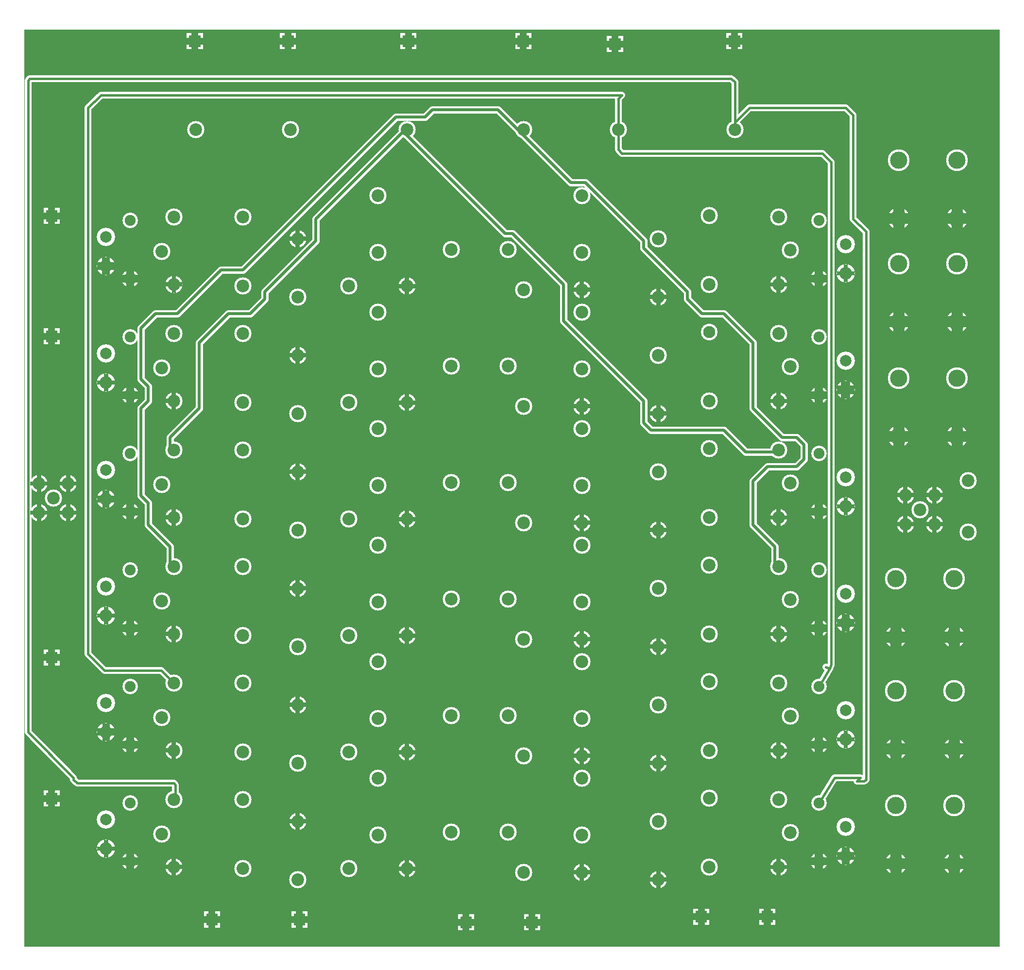
<source format=gbr>
%FSLAX34Y34*%
%MOMM*%
%LNCOPPER_TOP*%
G71*
G01*
%ADD10C,3.000*%
%ADD11C,3.000*%
%ADD12C,2.900*%
%ADD13C,3.200*%
%ADD14C,2.700*%
%ADD15C,2.800*%
%ADD16C,2.900*%
%ADD17C,3.000*%
%ADD18C,3.000*%
%ADD19C,1.300*%
%ADD20C,1.200*%
%ADD21C,3.800*%
%ADD22C,0.733*%
%ADD23C,0.700*%
%ADD24C,1.380*%
%ADD25C,1.193*%
%ADD26C,1.364*%
%ADD27C,1.173*%
%ADD28C,1.269*%
%ADD29C,1.591*%
%ADD30C,1.298*%
%ADD31C,1.920*%
%ADD32C,2.200*%
%ADD33C,2.200*%
%ADD34C,2.100*%
%ADD35C,2.000*%
%ADD36C,1.900*%
%ADD37C,2.100*%
%ADD38C,2.200*%
%ADD39C,2.200*%
%ADD40C,0.500*%
%ADD41C,0.400*%
%ADD42C,4.300*%
%ADD43C,3.000*%
%LPD*%
G36*
X-843200Y384050D02*
X856800Y384050D01*
X856800Y-1215950D01*
X-843200Y-1215950D01*
X-843200Y384050D01*
G37*
%LPC*%
X-366950Y19050D02*
G54D10*
D03*
X-366950Y-82550D02*
G54D10*
D03*
X-227250Y-5000D02*
G54D11*
D03*
X-227250Y93900D02*
G54D11*
D03*
X-176450Y-63500D02*
G54D10*
D03*
X-278050Y-63500D02*
G54D10*
D03*
X-98900Y0D02*
G54D11*
D03*
X0Y0D02*
G54D11*
D03*
X128350Y-69850D02*
G54D10*
D03*
X26750Y-69850D02*
G54D10*
D03*
X128350Y-5000D02*
G54D11*
D03*
X128350Y93900D02*
G54D11*
D03*
X261700Y19050D02*
G54D10*
D03*
X261700Y-82550D02*
G54D10*
D03*
X-462200Y-63500D02*
G54D11*
D03*
X-582850Y-60326D02*
G54D11*
D03*
X-462200Y57150D02*
G54D11*
D03*
X-582850Y57150D02*
G54D11*
D03*
X-603962Y-3175D02*
G54D11*
D03*
X350460Y59801D02*
G54D11*
D03*
X471110Y56627D02*
G54D11*
D03*
X350460Y-60849D02*
G54D11*
D03*
X471110Y-60849D02*
G54D11*
D03*
X492222Y-524D02*
G54D11*
D03*
X-366950Y19050D02*
G54D11*
D03*
X-176450Y-63500D02*
G54D11*
D03*
X128350Y-69850D02*
G54D11*
D03*
X261700Y-82550D02*
G54D11*
D03*
X-582850Y-60326D02*
G54D12*
D03*
X-700842Y-28488D02*
G54D13*
D03*
X-700954Y22492D02*
G54D13*
D03*
X-658727Y-50520D02*
G54D14*
D03*
X-658727Y51080D02*
G54D14*
D03*
X-658727Y-50520D02*
G54D15*
D03*
X588208Y-41188D02*
G54D13*
D03*
X588096Y9792D02*
G54D13*
D03*
X541423Y-50520D02*
G54D14*
D03*
X541423Y51080D02*
G54D14*
D03*
X541423Y-50520D02*
G54D15*
D03*
X-658727Y-50520D02*
G54D11*
D03*
X-700842Y-28488D02*
G54D11*
D03*
X541423Y-50520D02*
G54D11*
D03*
X588208Y-41188D02*
G54D11*
D03*
X-366950Y-184150D02*
G54D10*
D03*
X-366950Y-285750D02*
G54D10*
D03*
X-227250Y-208200D02*
G54D11*
D03*
X-227250Y-109300D02*
G54D11*
D03*
X-176450Y-266700D02*
G54D10*
D03*
X-278050Y-266700D02*
G54D10*
D03*
X-98900Y-203200D02*
G54D11*
D03*
X0Y-203200D02*
G54D11*
D03*
X128350Y-273050D02*
G54D10*
D03*
X26750Y-273050D02*
G54D10*
D03*
X128350Y-208200D02*
G54D11*
D03*
X128350Y-109300D02*
G54D11*
D03*
X261700Y-184150D02*
G54D10*
D03*
X261700Y-285750D02*
G54D10*
D03*
X-462200Y-266700D02*
G54D11*
D03*
X-582850Y-263526D02*
G54D11*
D03*
X-462200Y-146050D02*
G54D11*
D03*
X-582850Y-146050D02*
G54D11*
D03*
X-603962Y-206375D02*
G54D11*
D03*
X350460Y-143399D02*
G54D16*
D03*
X471110Y-146573D02*
G54D11*
D03*
X350460Y-264049D02*
G54D11*
D03*
X471110Y-264049D02*
G54D11*
D03*
X492223Y-203724D02*
G54D11*
D03*
X-366950Y-184150D02*
G54D11*
D03*
X-176450Y-266700D02*
G54D11*
D03*
X128350Y-273050D02*
G54D11*
D03*
X261700Y-285750D02*
G54D11*
D03*
X-582850Y-263526D02*
G54D17*
D03*
X-700842Y-231688D02*
G54D13*
D03*
X-700954Y-180708D02*
G54D13*
D03*
X-658727Y-253720D02*
G54D14*
D03*
X-658727Y-152120D02*
G54D14*
D03*
X-658727Y-253720D02*
G54D15*
D03*
X588208Y-244388D02*
G54D13*
D03*
X588096Y-193408D02*
G54D13*
D03*
X541423Y-253720D02*
G54D14*
D03*
X541423Y-152120D02*
G54D14*
D03*
X541423Y-253720D02*
G54D15*
D03*
X-658727Y-253720D02*
G54D11*
D03*
X-700842Y-231688D02*
G54D11*
D03*
X541423Y-253720D02*
G54D11*
D03*
X588208Y-244388D02*
G54D11*
D03*
X-366950Y-387350D02*
G54D10*
D03*
X-366950Y-488950D02*
G54D10*
D03*
X-227250Y-411400D02*
G54D11*
D03*
X-227250Y-312500D02*
G54D11*
D03*
X-176450Y-469900D02*
G54D10*
D03*
X-278050Y-469900D02*
G54D10*
D03*
X-98900Y-406400D02*
G54D11*
D03*
X0Y-406400D02*
G54D11*
D03*
X128350Y-476250D02*
G54D10*
D03*
X26750Y-476250D02*
G54D10*
D03*
X128350Y-411400D02*
G54D11*
D03*
X128350Y-312500D02*
G54D11*
D03*
X261700Y-387350D02*
G54D10*
D03*
X261700Y-488950D02*
G54D10*
D03*
X-462200Y-469900D02*
G54D11*
D03*
X-582850Y-466726D02*
G54D11*
D03*
X-462200Y-349250D02*
G54D11*
D03*
X-582850Y-349250D02*
G54D11*
D03*
X-603962Y-409575D02*
G54D11*
D03*
X350460Y-346599D02*
G54D11*
D03*
X471110Y-349773D02*
G54D11*
D03*
X350460Y-467249D02*
G54D11*
D03*
X471110Y-467249D02*
G54D11*
D03*
X492223Y-406924D02*
G54D11*
D03*
X-366950Y-387350D02*
G54D11*
D03*
X-176450Y-469900D02*
G54D11*
D03*
X128350Y-476250D02*
G54D11*
D03*
X261700Y-488950D02*
G54D11*
D03*
X-582850Y-466726D02*
G54D17*
D03*
X-700842Y-434888D02*
G54D13*
D03*
X-700954Y-383908D02*
G54D13*
D03*
X-658727Y-456920D02*
G54D14*
D03*
X-658727Y-355320D02*
G54D14*
D03*
X-658727Y-456920D02*
G54D15*
D03*
X588208Y-447588D02*
G54D13*
D03*
X588096Y-396608D02*
G54D13*
D03*
X541423Y-456920D02*
G54D14*
D03*
X541423Y-355320D02*
G54D14*
D03*
X541423Y-456920D02*
G54D15*
D03*
X-658727Y-456920D02*
G54D11*
D03*
X-700842Y-434888D02*
G54D11*
D03*
X541423Y-456920D02*
G54D11*
D03*
X588208Y-447588D02*
G54D11*
D03*
X-366950Y-590550D02*
G54D10*
D03*
X-366950Y-692150D02*
G54D10*
D03*
X-227250Y-614600D02*
G54D11*
D03*
X-227250Y-515700D02*
G54D11*
D03*
X-176450Y-673100D02*
G54D10*
D03*
X-278050Y-673100D02*
G54D10*
D03*
X-98900Y-609600D02*
G54D11*
D03*
X0Y-609600D02*
G54D11*
D03*
X128350Y-679450D02*
G54D10*
D03*
X26750Y-679450D02*
G54D10*
D03*
X128350Y-614600D02*
G54D11*
D03*
X128350Y-515700D02*
G54D11*
D03*
X261700Y-590550D02*
G54D10*
D03*
X261700Y-692150D02*
G54D10*
D03*
X-462200Y-673100D02*
G54D11*
D03*
X-582850Y-669926D02*
G54D11*
D03*
X-462200Y-552450D02*
G54D11*
D03*
X-582850Y-552450D02*
G54D11*
D03*
X-603962Y-612775D02*
G54D11*
D03*
X350460Y-549798D02*
G54D11*
D03*
X471110Y-552973D02*
G54D11*
D03*
X350460Y-670449D02*
G54D11*
D03*
X471110Y-670449D02*
G54D11*
D03*
X492223Y-610124D02*
G54D11*
D03*
X-366950Y-590550D02*
G54D11*
D03*
X-176450Y-673100D02*
G54D11*
D03*
X128350Y-679450D02*
G54D11*
D03*
X261700Y-692150D02*
G54D11*
D03*
X-582850Y-669926D02*
G54D17*
D03*
X-700842Y-638088D02*
G54D13*
D03*
X-700954Y-587108D02*
G54D13*
D03*
X-658727Y-660120D02*
G54D14*
D03*
X-658727Y-558520D02*
G54D14*
D03*
X-658727Y-660120D02*
G54D15*
D03*
X588208Y-650788D02*
G54D13*
D03*
X588096Y-599808D02*
G54D13*
D03*
X541423Y-660120D02*
G54D14*
D03*
X541423Y-558520D02*
G54D14*
D03*
X541423Y-660120D02*
G54D15*
D03*
X-658727Y-660120D02*
G54D11*
D03*
X-700842Y-638088D02*
G54D11*
D03*
X541423Y-660120D02*
G54D11*
D03*
X588208Y-650788D02*
G54D11*
D03*
X-366950Y-793750D02*
G54D10*
D03*
X-366950Y-895350D02*
G54D10*
D03*
X-227250Y-817800D02*
G54D11*
D03*
X-227250Y-718900D02*
G54D11*
D03*
X-176450Y-876300D02*
G54D10*
D03*
X-278050Y-876300D02*
G54D10*
D03*
X-98900Y-812800D02*
G54D11*
D03*
X0Y-812800D02*
G54D11*
D03*
X128350Y-882650D02*
G54D10*
D03*
X26750Y-882650D02*
G54D10*
D03*
X128350Y-817800D02*
G54D11*
D03*
X128350Y-718900D02*
G54D11*
D03*
X261700Y-793750D02*
G54D10*
D03*
X261700Y-895350D02*
G54D10*
D03*
X-462200Y-876300D02*
G54D11*
D03*
X-582850Y-873126D02*
G54D11*
D03*
X-462200Y-755650D02*
G54D11*
D03*
X-582850Y-755650D02*
G54D11*
D03*
X-603962Y-815975D02*
G54D11*
D03*
X350460Y-752998D02*
G54D11*
D03*
X471110Y-756173D02*
G54D11*
D03*
X350460Y-873649D02*
G54D11*
D03*
X471110Y-873649D02*
G54D11*
D03*
X492223Y-813324D02*
G54D11*
D03*
X-366950Y-793750D02*
G54D11*
D03*
X-176450Y-876300D02*
G54D11*
D03*
X128350Y-882650D02*
G54D11*
D03*
X261700Y-895350D02*
G54D11*
D03*
X-582850Y-873126D02*
G54D17*
D03*
X-700842Y-841288D02*
G54D13*
D03*
X-700954Y-790308D02*
G54D13*
D03*
X-658727Y-863320D02*
G54D14*
D03*
X-658727Y-761720D02*
G54D14*
D03*
X-658727Y-863320D02*
G54D15*
D03*
X588208Y-853988D02*
G54D13*
D03*
X588096Y-803008D02*
G54D13*
D03*
X541423Y-863320D02*
G54D14*
D03*
X541423Y-761720D02*
G54D14*
D03*
X541423Y-863320D02*
G54D15*
D03*
X-658727Y-863320D02*
G54D11*
D03*
X-700842Y-841288D02*
G54D11*
D03*
X541423Y-863320D02*
G54D11*
D03*
X588208Y-853988D02*
G54D11*
D03*
X-366950Y-996950D02*
G54D10*
D03*
X-366950Y-1098550D02*
G54D10*
D03*
X-227250Y-1021000D02*
G54D11*
D03*
X-227250Y-922100D02*
G54D11*
D03*
X-176450Y-1079500D02*
G54D10*
D03*
X-278050Y-1079500D02*
G54D10*
D03*
X-98900Y-1016000D02*
G54D11*
D03*
X0Y-1016000D02*
G54D11*
D03*
X128350Y-1085850D02*
G54D10*
D03*
X26750Y-1085850D02*
G54D10*
D03*
X128350Y-1021000D02*
G54D11*
D03*
X128350Y-922100D02*
G54D11*
D03*
X261700Y-996950D02*
G54D10*
D03*
X261700Y-1098550D02*
G54D10*
D03*
X-462200Y-1079500D02*
G54D11*
D03*
X-582850Y-1076326D02*
G54D11*
D03*
X-462200Y-958850D02*
G54D11*
D03*
X-582850Y-958850D02*
G54D11*
D03*
X-603962Y-1019175D02*
G54D11*
D03*
X350460Y-956198D02*
G54D11*
D03*
X471110Y-959373D02*
G54D11*
D03*
X350460Y-1076849D02*
G54D11*
D03*
X471110Y-1076849D02*
G54D11*
D03*
X492223Y-1016524D02*
G54D11*
D03*
X-366950Y-996950D02*
G54D11*
D03*
X-176450Y-1079500D02*
G54D11*
D03*
X128350Y-1085850D02*
G54D11*
D03*
X261700Y-1098550D02*
G54D11*
D03*
X-582850Y-1076326D02*
G54D17*
D03*
X-700842Y-1044488D02*
G54D13*
D03*
X-700954Y-993508D02*
G54D13*
D03*
X-658727Y-1066520D02*
G54D14*
D03*
X-658727Y-964920D02*
G54D14*
D03*
X-658727Y-1066520D02*
G54D15*
D03*
X588208Y-1057188D02*
G54D13*
D03*
X588096Y-1006208D02*
G54D13*
D03*
X541423Y-1066520D02*
G54D14*
D03*
X541423Y-964920D02*
G54D14*
D03*
X541423Y-1066520D02*
G54D15*
D03*
X-658727Y-1066520D02*
G54D11*
D03*
X-700842Y-1044488D02*
G54D11*
D03*
X541423Y-1066520D02*
G54D11*
D03*
X588208Y-1057188D02*
G54D11*
D03*
X-544750Y209550D02*
G54D18*
D03*
X26750Y209550D02*
G54D18*
D03*
X191850Y209550D02*
G54D18*
D03*
X395050Y209550D02*
G54D18*
D03*
X-379650Y209550D02*
G54D18*
D03*
X-176450Y209550D02*
G54D18*
D03*
G54D19*
X-176450Y209550D02*
X-182800Y206250D01*
X-335200Y53850D01*
X-335200Y15750D01*
X-424100Y-73150D01*
X-424100Y-85850D01*
X-449500Y-111250D01*
X-487600Y-111250D01*
X-538400Y-162050D01*
X-538400Y-276350D01*
X-589200Y-327150D01*
X-589200Y-352550D01*
X-582850Y-349250D01*
G54D19*
X-176450Y209550D02*
X-182800Y206250D01*
X-5000Y28450D01*
X7700Y28450D01*
X96600Y-60450D01*
X96600Y-123950D01*
X236300Y-263650D01*
X236300Y-301750D01*
X249000Y-314450D01*
X376000Y-314450D01*
X414100Y-352550D01*
X464900Y-352550D01*
X471110Y-349773D01*
G54D19*
X26750Y209550D02*
X20400Y206250D01*
X-17700Y244350D01*
X-132000Y244350D01*
X-144700Y231650D01*
X-195500Y231650D01*
X-462200Y-35050D01*
X-500300Y-35050D01*
X-576500Y-111250D01*
X-614600Y-111250D01*
X-640000Y-136650D01*
X-640000Y-225550D01*
X-627300Y-238250D01*
X-627300Y-263650D01*
X-640000Y-276350D01*
X-640000Y-428750D01*
X-627300Y-441450D01*
X-627300Y-479550D01*
X-589200Y-517650D01*
X-589200Y-555750D01*
X-582850Y-552450D01*
G54D19*
X26750Y209550D02*
X20400Y206250D01*
X109300Y117350D01*
X134700Y117350D01*
X236300Y15750D01*
X236300Y3050D01*
X312500Y-73150D01*
X312500Y-85850D01*
X337900Y-111250D01*
X376000Y-111250D01*
X426800Y-162050D01*
X426800Y-276350D01*
X477600Y-327150D01*
X503000Y-327150D01*
X515700Y-339850D01*
X515700Y-365250D01*
X503000Y-377950D01*
X452200Y-377950D01*
X426800Y-403350D01*
X426800Y-479550D01*
X464900Y-517650D01*
X464900Y-555750D01*
X471110Y-552973D01*
G54D20*
X191850Y209550D02*
X191850Y174500D01*
X198200Y168150D01*
X547450Y168150D01*
X563325Y152275D01*
X563325Y-724025D01*
X560150Y-730250D01*
X541423Y-761720D01*
X560150Y-730250D01*
X553660Y-727598D01*
G54D20*
X191850Y209550D02*
X191850Y263400D01*
X198200Y269750D01*
X-709850Y269750D01*
X-732075Y247525D01*
X-732075Y-704975D01*
X-703500Y-733550D01*
X-604950Y-733550D01*
X-582850Y-755650D01*
G54D20*
X395050Y209550D02*
X395050Y222125D01*
X420450Y247525D01*
X588725Y247525D01*
X601425Y234825D01*
X601425Y53850D01*
X623650Y31625D01*
X623650Y-924050D01*
X620475Y-927225D01*
X607775Y-927225D01*
X614125Y-920875D01*
X569136Y-920875D01*
X541423Y-964920D01*
G54D20*
X-751125Y-930400D02*
X-582850Y-930400D01*
X-579675Y-933575D01*
X-579675Y-955675D01*
X-582850Y-958850D01*
X-817825Y-408012D02*
G54D11*
D03*
X-767025Y-408012D02*
G54D11*
D03*
X-792425Y-433412D02*
G54D11*
D03*
X-767025Y-458812D02*
G54D11*
D03*
X-817825Y-458812D02*
G54D11*
D03*
G54D20*
X395050Y209550D02*
X395050Y291975D01*
X388700Y298325D01*
X-833675Y298325D01*
X-836850Y295150D01*
X-836850Y-841500D01*
X-757475Y-920875D01*
G54D20*
X-757475Y-920875D02*
X-757475Y-924050D01*
X-751125Y-930400D01*
G36*
X-560200Y377550D02*
X-532200Y377550D01*
X-532200Y349550D01*
X-560200Y349550D01*
X-560200Y377550D01*
G37*
G36*
X-397800Y377550D02*
X-369800Y377550D01*
X-369800Y349550D01*
X-397800Y349550D01*
X-397800Y377550D01*
G37*
G36*
X380200Y377550D02*
X408200Y377550D01*
X408200Y349550D01*
X380200Y349550D01*
X380200Y377550D01*
G37*
G36*
X-530200Y-1154150D02*
X-502200Y-1154150D01*
X-502200Y-1182150D01*
X-530200Y-1182150D01*
X-530200Y-1154150D01*
G37*
G36*
X-377800Y-1154150D02*
X-349800Y-1154150D01*
X-349800Y-1182150D01*
X-377800Y-1182150D01*
X-377800Y-1154150D01*
G37*
G36*
X322600Y-1149150D02*
X350600Y-1149150D01*
X350600Y-1177150D01*
X322600Y-1177150D01*
X322600Y-1149150D01*
G37*
G36*
X-809600Y-943250D02*
X-781600Y-943250D01*
X-781600Y-971250D01*
X-809600Y-971250D01*
X-809600Y-943250D01*
G37*
G36*
X-809600Y72750D02*
X-781600Y72750D01*
X-781600Y44750D01*
X-809600Y44750D01*
X-809600Y72750D01*
G37*
X-700842Y-28488D02*
G54D11*
D03*
X-700842Y-434889D02*
G54D11*
D03*
X-700842Y-841288D02*
G54D11*
D03*
X588208Y-244388D02*
G54D11*
D03*
X588208Y-650789D02*
G54D11*
D03*
X588208Y-1057189D02*
G54D11*
D03*
G36*
X437600Y-1149150D02*
X465600Y-1149150D01*
X465600Y-1177150D01*
X437600Y-1177150D01*
X437600Y-1149150D01*
G37*
X680800Y155900D02*
G54D21*
D03*
X782400Y155900D02*
G54D11*
D03*
X782400Y155900D02*
G54D21*
D03*
X680800Y155900D02*
G54D21*
D03*
X680800Y54300D02*
G54D11*
D03*
X680800Y54300D02*
G54D21*
D03*
X782400Y155900D02*
G54D21*
D03*
X782400Y54300D02*
G54D11*
D03*
X782400Y54300D02*
G54D21*
D03*
X680800Y54300D02*
G54D21*
D03*
X782400Y54300D02*
G54D21*
D03*
X680800Y-24100D02*
G54D21*
D03*
X782400Y-24100D02*
G54D11*
D03*
X782400Y-24100D02*
G54D21*
D03*
X680800Y-24100D02*
G54D21*
D03*
X680800Y-125700D02*
G54D11*
D03*
X680800Y-125700D02*
G54D21*
D03*
X782400Y-24100D02*
G54D21*
D03*
X782400Y-125700D02*
G54D11*
D03*
X782400Y-125700D02*
G54D21*
D03*
X680800Y-125700D02*
G54D21*
D03*
X782400Y-125700D02*
G54D21*
D03*
X680800Y-224100D02*
G54D21*
D03*
X782400Y-224100D02*
G54D11*
D03*
X782400Y-224100D02*
G54D21*
D03*
X680800Y-224100D02*
G54D21*
D03*
X680800Y-325700D02*
G54D11*
D03*
X680800Y-325700D02*
G54D21*
D03*
X782400Y-224100D02*
G54D21*
D03*
X782400Y-325700D02*
G54D11*
D03*
X782400Y-325700D02*
G54D21*
D03*
X680800Y-325700D02*
G54D21*
D03*
X782400Y-325700D02*
G54D21*
D03*
X675800Y-574100D02*
G54D21*
D03*
X777400Y-574100D02*
G54D11*
D03*
X777400Y-574100D02*
G54D21*
D03*
X675800Y-574100D02*
G54D21*
D03*
X675800Y-675700D02*
G54D11*
D03*
X675800Y-675700D02*
G54D21*
D03*
X777400Y-574100D02*
G54D21*
D03*
X777400Y-675700D02*
G54D11*
D03*
X777400Y-675700D02*
G54D21*
D03*
X675800Y-675700D02*
G54D21*
D03*
X777400Y-675700D02*
G54D21*
D03*
X675800Y-769100D02*
G54D21*
D03*
X777400Y-769100D02*
G54D11*
D03*
X777400Y-769100D02*
G54D21*
D03*
X675800Y-769100D02*
G54D21*
D03*
X675800Y-870700D02*
G54D11*
D03*
X675800Y-870700D02*
G54D21*
D03*
X777400Y-769100D02*
G54D21*
D03*
X777400Y-870700D02*
G54D11*
D03*
X777400Y-870700D02*
G54D21*
D03*
X675800Y-870700D02*
G54D21*
D03*
X777400Y-870700D02*
G54D21*
D03*
X675800Y-969100D02*
G54D21*
D03*
X777400Y-969100D02*
G54D11*
D03*
X777400Y-969100D02*
G54D21*
D03*
X675800Y-969100D02*
G54D21*
D03*
X675800Y-1070700D02*
G54D11*
D03*
X675800Y-1070700D02*
G54D21*
D03*
X777400Y-969100D02*
G54D21*
D03*
X777400Y-1070700D02*
G54D11*
D03*
X777400Y-1070700D02*
G54D21*
D03*
X675800Y-1070700D02*
G54D21*
D03*
X777400Y-1070700D02*
G54D21*
D03*
X692175Y-428012D02*
G54D11*
D03*
X742975Y-428012D02*
G54D11*
D03*
X717575Y-453412D02*
G54D11*
D03*
X742975Y-478812D02*
G54D11*
D03*
X692175Y-478812D02*
G54D11*
D03*
X801750Y-402850D02*
G54D11*
D03*
X801750Y-492850D02*
G54D11*
D03*
G36*
X-187800Y377550D02*
X-159800Y377550D01*
X-159800Y349550D01*
X-187800Y349550D01*
X-187800Y377550D01*
G37*
G36*
X12200Y377550D02*
X40200Y377550D01*
X40200Y349550D01*
X12200Y349550D01*
X12200Y377550D01*
G37*
G36*
X172200Y372550D02*
X200200Y372550D01*
X200200Y344550D01*
X172200Y344550D01*
X172200Y372550D01*
G37*
G36*
X-87400Y-1159150D02*
X-59400Y-1159150D01*
X-59400Y-1187150D01*
X-87400Y-1187150D01*
X-87400Y-1159150D01*
G37*
G36*
X27600Y-1159150D02*
X55600Y-1159150D01*
X55600Y-1187150D01*
X27600Y-1187150D01*
X27600Y-1159150D01*
G37*
G36*
X-809600Y-137250D02*
X-781600Y-137250D01*
X-781600Y-165250D01*
X-809600Y-165250D01*
X-809600Y-137250D01*
G37*
G36*
X-809600Y-697250D02*
X-781600Y-697250D01*
X-781600Y-725250D01*
X-809600Y-725250D01*
X-809600Y-697250D01*
G37*
%LPD*%
G54D22*
G36*
X467443Y-60849D02*
X467443Y-45349D01*
X474777Y-45349D01*
X474777Y-60849D01*
X467443Y-60849D01*
G37*
G36*
X471110Y-57182D02*
X486610Y-57182D01*
X486610Y-64516D01*
X471110Y-64516D01*
X471110Y-57182D01*
G37*
G36*
X474777Y-60849D02*
X474777Y-76349D01*
X467443Y-76349D01*
X467443Y-60849D01*
X474777Y-60849D01*
G37*
G36*
X471110Y-64516D02*
X455610Y-64516D01*
X455610Y-57182D01*
X471110Y-57182D01*
X471110Y-64516D01*
G37*
G54D22*
G36*
X-370617Y19050D02*
X-370617Y34550D01*
X-363283Y34550D01*
X-363283Y19050D01*
X-370617Y19050D01*
G37*
G36*
X-366950Y22717D02*
X-351450Y22717D01*
X-351450Y15383D01*
X-366950Y15383D01*
X-366950Y22717D01*
G37*
G36*
X-363283Y19050D02*
X-363283Y3550D01*
X-370617Y3550D01*
X-370617Y19050D01*
X-363283Y19050D01*
G37*
G36*
X-366950Y15383D02*
X-382450Y15383D01*
X-382450Y22717D01*
X-366950Y22717D01*
X-366950Y15383D01*
G37*
G54D22*
G36*
X-180117Y-63500D02*
X-180117Y-48000D01*
X-172783Y-48000D01*
X-172783Y-63500D01*
X-180117Y-63500D01*
G37*
G36*
X-176450Y-59833D02*
X-160950Y-59833D01*
X-160950Y-67167D01*
X-176450Y-67167D01*
X-176450Y-59833D01*
G37*
G36*
X-172783Y-63500D02*
X-172783Y-79000D01*
X-180117Y-79000D01*
X-180117Y-63500D01*
X-172783Y-63500D01*
G37*
G36*
X-176450Y-67167D02*
X-191950Y-67167D01*
X-191950Y-59833D01*
X-176450Y-59833D01*
X-176450Y-67167D01*
G37*
G54D22*
G36*
X124683Y-69850D02*
X124683Y-54350D01*
X132017Y-54350D01*
X132017Y-69850D01*
X124683Y-69850D01*
G37*
G36*
X128350Y-66183D02*
X143850Y-66183D01*
X143850Y-73517D01*
X128350Y-73517D01*
X128350Y-66183D01*
G37*
G36*
X132017Y-69850D02*
X132017Y-85350D01*
X124683Y-85350D01*
X124683Y-69850D01*
X132017Y-69850D01*
G37*
G36*
X128350Y-73517D02*
X112850Y-73517D01*
X112850Y-66183D01*
X128350Y-66183D01*
X128350Y-73517D01*
G37*
G54D22*
G36*
X258033Y-82550D02*
X258033Y-67050D01*
X265367Y-67050D01*
X265367Y-82550D01*
X258033Y-82550D01*
G37*
G36*
X261700Y-78883D02*
X277200Y-78883D01*
X277200Y-86217D01*
X261700Y-86217D01*
X261700Y-78883D01*
G37*
G36*
X265367Y-82550D02*
X265367Y-98050D01*
X258033Y-98050D01*
X258033Y-82550D01*
X265367Y-82550D01*
G37*
G36*
X261700Y-86217D02*
X246200Y-86217D01*
X246200Y-78883D01*
X261700Y-78883D01*
X261700Y-86217D01*
G37*
G54D23*
G36*
X-586350Y-60326D02*
X-586350Y-45326D01*
X-579350Y-45326D01*
X-579350Y-60326D01*
X-586350Y-60326D01*
G37*
G36*
X-582850Y-56826D02*
X-567850Y-56826D01*
X-567850Y-63826D01*
X-582850Y-63826D01*
X-582850Y-56826D01*
G37*
G36*
X-579350Y-60326D02*
X-579350Y-75326D01*
X-586350Y-75326D01*
X-586350Y-60326D01*
X-579350Y-60326D01*
G37*
G36*
X-582850Y-63826D02*
X-597850Y-63826D01*
X-597850Y-56826D01*
X-582850Y-56826D01*
X-582850Y-63826D01*
G37*
G54D24*
G36*
X-658727Y-43620D02*
X-644227Y-43620D01*
X-644227Y-57420D01*
X-658727Y-57420D01*
X-658727Y-43620D01*
G37*
G36*
X-651827Y-50520D02*
X-651827Y-65020D01*
X-665627Y-65020D01*
X-665627Y-50520D01*
X-651827Y-50520D01*
G37*
G36*
X-658727Y-57420D02*
X-673227Y-57420D01*
X-673227Y-43620D01*
X-658727Y-43620D01*
X-658727Y-57420D01*
G37*
G36*
X-665627Y-50520D02*
X-665627Y-36020D01*
X-651827Y-36020D01*
X-651827Y-50520D01*
X-665627Y-50520D01*
G37*
G54D24*
G36*
X541423Y-43620D02*
X555923Y-43620D01*
X555923Y-57420D01*
X541423Y-57420D01*
X541423Y-43620D01*
G37*
G36*
X548323Y-50520D02*
X548323Y-65020D01*
X534523Y-65020D01*
X534523Y-50520D01*
X548323Y-50520D01*
G37*
G36*
X541423Y-57420D02*
X526923Y-57420D01*
X526923Y-43620D01*
X541423Y-43620D01*
X541423Y-57420D01*
G37*
G36*
X534523Y-50520D02*
X534523Y-36020D01*
X548323Y-36020D01*
X548323Y-50520D01*
X534523Y-50520D01*
G37*
G54D22*
G36*
X-662394Y-50520D02*
X-662394Y-35020D01*
X-655060Y-35020D01*
X-655060Y-50520D01*
X-662394Y-50520D01*
G37*
G36*
X-658727Y-46853D02*
X-643227Y-46853D01*
X-643227Y-54186D01*
X-658727Y-54186D01*
X-658727Y-46853D01*
G37*
G36*
X-655060Y-50520D02*
X-655060Y-66020D01*
X-662394Y-66020D01*
X-662394Y-50520D01*
X-655060Y-50520D01*
G37*
G36*
X-658727Y-54186D02*
X-674227Y-54186D01*
X-674227Y-46853D01*
X-658727Y-46853D01*
X-658727Y-54186D01*
G37*
G54D22*
G36*
X-704508Y-28488D02*
X-704508Y-12988D01*
X-697175Y-12988D01*
X-697175Y-28488D01*
X-704508Y-28488D01*
G37*
G36*
X-700842Y-24822D02*
X-685342Y-24822D01*
X-685342Y-32155D01*
X-700842Y-32155D01*
X-700842Y-24822D01*
G37*
G36*
X-697175Y-28488D02*
X-697175Y-43988D01*
X-704508Y-43988D01*
X-704508Y-28488D01*
X-697175Y-28488D01*
G37*
G36*
X-700842Y-32155D02*
X-716342Y-32155D01*
X-716342Y-24822D01*
X-700842Y-24822D01*
X-700842Y-32155D01*
G37*
G54D22*
G36*
X537756Y-50520D02*
X537756Y-35020D01*
X545090Y-35020D01*
X545090Y-50520D01*
X537756Y-50520D01*
G37*
G36*
X541423Y-46853D02*
X556923Y-46853D01*
X556923Y-54186D01*
X541423Y-54186D01*
X541423Y-46853D01*
G37*
G36*
X545090Y-50520D02*
X545090Y-66020D01*
X537756Y-66020D01*
X537756Y-50520D01*
X545090Y-50520D01*
G37*
G36*
X541423Y-54186D02*
X525923Y-54186D01*
X525923Y-46853D01*
X541423Y-46853D01*
X541423Y-54186D01*
G37*
G54D22*
G36*
X584542Y-41188D02*
X584542Y-25688D01*
X591875Y-25688D01*
X591875Y-41188D01*
X584542Y-41188D01*
G37*
G36*
X588208Y-37522D02*
X603708Y-37522D01*
X603708Y-44855D01*
X588208Y-44855D01*
X588208Y-37522D01*
G37*
G36*
X591875Y-41188D02*
X591875Y-56688D01*
X584542Y-56688D01*
X584542Y-41188D01*
X591875Y-41188D01*
G37*
G36*
X588208Y-44855D02*
X572708Y-44855D01*
X572708Y-37522D01*
X588208Y-37522D01*
X588208Y-44855D01*
G37*
G54D22*
G36*
X467443Y-264049D02*
X467443Y-248549D01*
X474777Y-248549D01*
X474777Y-264049D01*
X467443Y-264049D01*
G37*
G36*
X471110Y-260382D02*
X486610Y-260382D01*
X486610Y-267716D01*
X471110Y-267716D01*
X471110Y-260382D01*
G37*
G36*
X474777Y-264049D02*
X474777Y-279549D01*
X467443Y-279549D01*
X467443Y-264049D01*
X474777Y-264049D01*
G37*
G36*
X471110Y-267716D02*
X455610Y-267716D01*
X455610Y-260382D01*
X471110Y-260382D01*
X471110Y-267716D01*
G37*
G54D22*
G36*
X-370617Y-184150D02*
X-370617Y-168650D01*
X-363283Y-168650D01*
X-363283Y-184150D01*
X-370617Y-184150D01*
G37*
G36*
X-366950Y-180483D02*
X-351450Y-180483D01*
X-351450Y-187817D01*
X-366950Y-187817D01*
X-366950Y-180483D01*
G37*
G36*
X-363283Y-184150D02*
X-363283Y-199650D01*
X-370617Y-199650D01*
X-370617Y-184150D01*
X-363283Y-184150D01*
G37*
G36*
X-366950Y-187817D02*
X-382450Y-187817D01*
X-382450Y-180483D01*
X-366950Y-180483D01*
X-366950Y-187817D01*
G37*
G54D22*
G36*
X-180117Y-266700D02*
X-180117Y-251200D01*
X-172783Y-251200D01*
X-172783Y-266700D01*
X-180117Y-266700D01*
G37*
G36*
X-176450Y-263033D02*
X-160950Y-263033D01*
X-160950Y-270367D01*
X-176450Y-270367D01*
X-176450Y-263033D01*
G37*
G36*
X-172783Y-266700D02*
X-172783Y-282200D01*
X-180117Y-282200D01*
X-180117Y-266700D01*
X-172783Y-266700D01*
G37*
G36*
X-176450Y-270367D02*
X-191950Y-270367D01*
X-191950Y-263033D01*
X-176450Y-263033D01*
X-176450Y-270367D01*
G37*
G54D22*
G36*
X124683Y-273050D02*
X124683Y-257550D01*
X132017Y-257550D01*
X132017Y-273050D01*
X124683Y-273050D01*
G37*
G36*
X128350Y-269383D02*
X143850Y-269383D01*
X143850Y-276717D01*
X128350Y-276717D01*
X128350Y-269383D01*
G37*
G36*
X132017Y-273050D02*
X132017Y-288550D01*
X124683Y-288550D01*
X124683Y-273050D01*
X132017Y-273050D01*
G37*
G36*
X128350Y-276717D02*
X112850Y-276717D01*
X112850Y-269383D01*
X128350Y-269383D01*
X128350Y-276717D01*
G37*
G54D22*
G36*
X258033Y-285750D02*
X258033Y-270250D01*
X265367Y-270250D01*
X265367Y-285750D01*
X258033Y-285750D01*
G37*
G36*
X261700Y-282083D02*
X277200Y-282083D01*
X277200Y-289417D01*
X261700Y-289417D01*
X261700Y-282083D01*
G37*
G36*
X265367Y-285750D02*
X265367Y-301250D01*
X258033Y-301250D01*
X258033Y-285750D01*
X265367Y-285750D01*
G37*
G36*
X261700Y-289417D02*
X246200Y-289417D01*
X246200Y-282083D01*
X261700Y-282083D01*
X261700Y-289417D01*
G37*
G54D22*
G36*
X-586517Y-263526D02*
X-586517Y-248026D01*
X-579183Y-248026D01*
X-579183Y-263526D01*
X-586517Y-263526D01*
G37*
G36*
X-579183Y-263526D02*
X-579183Y-279026D01*
X-586517Y-279026D01*
X-586517Y-263526D01*
X-579183Y-263526D01*
G37*
G36*
X-582850Y-267193D02*
X-598350Y-267193D01*
X-598350Y-259859D01*
X-582850Y-259859D01*
X-582850Y-267193D01*
G37*
G54D24*
G36*
X-658727Y-246820D02*
X-644227Y-246820D01*
X-644227Y-260620D01*
X-658727Y-260620D01*
X-658727Y-246820D01*
G37*
G36*
X-651827Y-253720D02*
X-651827Y-268220D01*
X-665627Y-268220D01*
X-665627Y-253720D01*
X-651827Y-253720D01*
G37*
G36*
X-658727Y-260620D02*
X-673227Y-260620D01*
X-673227Y-246820D01*
X-658727Y-246820D01*
X-658727Y-260620D01*
G37*
G36*
X-665627Y-253720D02*
X-665627Y-239220D01*
X-651827Y-239220D01*
X-651827Y-253720D01*
X-665627Y-253720D01*
G37*
G54D24*
G36*
X541423Y-246820D02*
X555923Y-246820D01*
X555923Y-260620D01*
X541423Y-260620D01*
X541423Y-246820D01*
G37*
G36*
X548323Y-253720D02*
X548323Y-268220D01*
X534523Y-268220D01*
X534523Y-253720D01*
X548323Y-253720D01*
G37*
G36*
X541423Y-260620D02*
X526923Y-260620D01*
X526923Y-246820D01*
X541423Y-246820D01*
X541423Y-260620D01*
G37*
G36*
X534523Y-253720D02*
X534523Y-239220D01*
X548323Y-239220D01*
X548323Y-253720D01*
X534523Y-253720D01*
G37*
G54D22*
G36*
X-662394Y-253720D02*
X-662394Y-238220D01*
X-655060Y-238220D01*
X-655060Y-253720D01*
X-662394Y-253720D01*
G37*
G36*
X-658727Y-250053D02*
X-643227Y-250053D01*
X-643227Y-257386D01*
X-658727Y-257386D01*
X-658727Y-250053D01*
G37*
G36*
X-655060Y-253720D02*
X-655060Y-269220D01*
X-662394Y-269220D01*
X-662394Y-253720D01*
X-655060Y-253720D01*
G37*
G36*
X-658727Y-257386D02*
X-674227Y-257386D01*
X-674227Y-250053D01*
X-658727Y-250053D01*
X-658727Y-257386D01*
G37*
G54D22*
G36*
X-704508Y-231688D02*
X-704508Y-216188D01*
X-697175Y-216188D01*
X-697175Y-231688D01*
X-704508Y-231688D01*
G37*
G36*
X-700842Y-228022D02*
X-685342Y-228022D01*
X-685342Y-235355D01*
X-700842Y-235355D01*
X-700842Y-228022D01*
G37*
G36*
X-697175Y-231688D02*
X-697175Y-247188D01*
X-704508Y-247188D01*
X-704508Y-231688D01*
X-697175Y-231688D01*
G37*
G36*
X-700842Y-235355D02*
X-716342Y-235355D01*
X-716342Y-228022D01*
X-700842Y-228022D01*
X-700842Y-235355D01*
G37*
G54D22*
G36*
X537756Y-253720D02*
X537756Y-238220D01*
X545090Y-238220D01*
X545090Y-253720D01*
X537756Y-253720D01*
G37*
G36*
X541423Y-250053D02*
X556923Y-250053D01*
X556923Y-257386D01*
X541423Y-257386D01*
X541423Y-250053D01*
G37*
G36*
X545090Y-253720D02*
X545090Y-269220D01*
X537756Y-269220D01*
X537756Y-253720D01*
X545090Y-253720D01*
G37*
G36*
X541423Y-257386D02*
X525923Y-257386D01*
X525923Y-250053D01*
X541423Y-250053D01*
X541423Y-257386D01*
G37*
G54D22*
G36*
X584542Y-244388D02*
X584542Y-228888D01*
X591875Y-228888D01*
X591875Y-244388D01*
X584542Y-244388D01*
G37*
G36*
X588208Y-240722D02*
X603708Y-240722D01*
X603708Y-248055D01*
X588208Y-248055D01*
X588208Y-240722D01*
G37*
G36*
X591875Y-244388D02*
X591875Y-259888D01*
X584542Y-259888D01*
X584542Y-244388D01*
X591875Y-244388D01*
G37*
G36*
X588208Y-248055D02*
X572708Y-248055D01*
X572708Y-240722D01*
X588208Y-240722D01*
X588208Y-248055D01*
G37*
G54D22*
G36*
X467443Y-467249D02*
X467443Y-451749D01*
X474777Y-451749D01*
X474777Y-467249D01*
X467443Y-467249D01*
G37*
G36*
X471110Y-463582D02*
X486610Y-463582D01*
X486610Y-470916D01*
X471110Y-470916D01*
X471110Y-463582D01*
G37*
G36*
X474777Y-467249D02*
X474777Y-482749D01*
X467443Y-482749D01*
X467443Y-467249D01*
X474777Y-467249D01*
G37*
G36*
X471110Y-470916D02*
X455610Y-470916D01*
X455610Y-463582D01*
X471110Y-463582D01*
X471110Y-470916D01*
G37*
G54D22*
G36*
X-370617Y-387350D02*
X-370617Y-371850D01*
X-363283Y-371850D01*
X-363283Y-387350D01*
X-370617Y-387350D01*
G37*
G36*
X-366950Y-383683D02*
X-351450Y-383683D01*
X-351450Y-391017D01*
X-366950Y-391017D01*
X-366950Y-383683D01*
G37*
G36*
X-363283Y-387350D02*
X-363283Y-402850D01*
X-370617Y-402850D01*
X-370617Y-387350D01*
X-363283Y-387350D01*
G37*
G36*
X-366950Y-391017D02*
X-382450Y-391017D01*
X-382450Y-383683D01*
X-366950Y-383683D01*
X-366950Y-391017D01*
G37*
G54D22*
G36*
X-180117Y-469900D02*
X-180117Y-454400D01*
X-172783Y-454400D01*
X-172783Y-469900D01*
X-180117Y-469900D01*
G37*
G36*
X-176450Y-466233D02*
X-160950Y-466233D01*
X-160950Y-473567D01*
X-176450Y-473567D01*
X-176450Y-466233D01*
G37*
G36*
X-172783Y-469900D02*
X-172783Y-485400D01*
X-180117Y-485400D01*
X-180117Y-469900D01*
X-172783Y-469900D01*
G37*
G36*
X-176450Y-473567D02*
X-191950Y-473567D01*
X-191950Y-466233D01*
X-176450Y-466233D01*
X-176450Y-473567D01*
G37*
G54D22*
G36*
X124683Y-476250D02*
X124683Y-460750D01*
X132017Y-460750D01*
X132017Y-476250D01*
X124683Y-476250D01*
G37*
G36*
X128350Y-472583D02*
X143850Y-472583D01*
X143850Y-479917D01*
X128350Y-479917D01*
X128350Y-472583D01*
G37*
G36*
X132017Y-476250D02*
X132017Y-491750D01*
X124683Y-491750D01*
X124683Y-476250D01*
X132017Y-476250D01*
G37*
G36*
X128350Y-479917D02*
X112850Y-479917D01*
X112850Y-472583D01*
X128350Y-472583D01*
X128350Y-479917D01*
G37*
G54D22*
G36*
X258033Y-488950D02*
X258033Y-473450D01*
X265367Y-473450D01*
X265367Y-488950D01*
X258033Y-488950D01*
G37*
G36*
X261700Y-485283D02*
X277200Y-485283D01*
X277200Y-492617D01*
X261700Y-492617D01*
X261700Y-485283D01*
G37*
G36*
X265367Y-488950D02*
X265367Y-504450D01*
X258033Y-504450D01*
X258033Y-488950D01*
X265367Y-488950D01*
G37*
G36*
X261700Y-492617D02*
X246200Y-492617D01*
X246200Y-485283D01*
X261700Y-485283D01*
X261700Y-492617D01*
G37*
G54D22*
G36*
X-586517Y-466726D02*
X-586517Y-451226D01*
X-579183Y-451226D01*
X-579183Y-466726D01*
X-586517Y-466726D01*
G37*
G36*
X-579183Y-466726D02*
X-579183Y-482226D01*
X-586517Y-482226D01*
X-586517Y-466726D01*
X-579183Y-466726D01*
G37*
G36*
X-582850Y-470393D02*
X-598350Y-470393D01*
X-598350Y-463059D01*
X-582850Y-463059D01*
X-582850Y-470393D01*
G37*
G54D24*
G36*
X-658727Y-450020D02*
X-644227Y-450020D01*
X-644227Y-463820D01*
X-658727Y-463820D01*
X-658727Y-450020D01*
G37*
G36*
X-651827Y-456920D02*
X-651827Y-471420D01*
X-665627Y-471420D01*
X-665627Y-456920D01*
X-651827Y-456920D01*
G37*
G36*
X-658727Y-463820D02*
X-673227Y-463820D01*
X-673227Y-450020D01*
X-658727Y-450020D01*
X-658727Y-463820D01*
G37*
G36*
X-665627Y-456920D02*
X-665627Y-442420D01*
X-651827Y-442420D01*
X-651827Y-456920D01*
X-665627Y-456920D01*
G37*
G54D24*
G36*
X541423Y-450020D02*
X555923Y-450020D01*
X555923Y-463820D01*
X541423Y-463820D01*
X541423Y-450020D01*
G37*
G36*
X548323Y-456920D02*
X548323Y-471420D01*
X534523Y-471420D01*
X534523Y-456920D01*
X548323Y-456920D01*
G37*
G36*
X541423Y-463820D02*
X526923Y-463820D01*
X526923Y-450020D01*
X541423Y-450020D01*
X541423Y-463820D01*
G37*
G36*
X534523Y-456920D02*
X534523Y-442420D01*
X548323Y-442420D01*
X548323Y-456920D01*
X534523Y-456920D01*
G37*
G54D22*
G36*
X-662394Y-456920D02*
X-662394Y-441420D01*
X-655060Y-441420D01*
X-655060Y-456920D01*
X-662394Y-456920D01*
G37*
G36*
X-658727Y-453253D02*
X-643227Y-453253D01*
X-643227Y-460586D01*
X-658727Y-460586D01*
X-658727Y-453253D01*
G37*
G36*
X-655060Y-456920D02*
X-655060Y-472420D01*
X-662394Y-472420D01*
X-662394Y-456920D01*
X-655060Y-456920D01*
G37*
G36*
X-658727Y-460586D02*
X-674227Y-460586D01*
X-674227Y-453253D01*
X-658727Y-453253D01*
X-658727Y-460586D01*
G37*
G54D22*
G36*
X-704508Y-434888D02*
X-704508Y-419388D01*
X-697175Y-419388D01*
X-697175Y-434888D01*
X-704508Y-434888D01*
G37*
G36*
X-700842Y-431222D02*
X-685342Y-431222D01*
X-685342Y-438555D01*
X-700842Y-438555D01*
X-700842Y-431222D01*
G37*
G36*
X-697175Y-434888D02*
X-697175Y-450388D01*
X-704508Y-450388D01*
X-704508Y-434888D01*
X-697175Y-434888D01*
G37*
G36*
X-700842Y-438555D02*
X-716342Y-438555D01*
X-716342Y-431222D01*
X-700842Y-431222D01*
X-700842Y-438555D01*
G37*
G54D22*
G36*
X537756Y-456920D02*
X537756Y-441420D01*
X545090Y-441420D01*
X545090Y-456920D01*
X537756Y-456920D01*
G37*
G36*
X541423Y-453253D02*
X556923Y-453253D01*
X556923Y-460586D01*
X541423Y-460586D01*
X541423Y-453253D01*
G37*
G36*
X545090Y-456920D02*
X545090Y-472420D01*
X537756Y-472420D01*
X537756Y-456920D01*
X545090Y-456920D01*
G37*
G36*
X541423Y-460586D02*
X525923Y-460586D01*
X525923Y-453253D01*
X541423Y-453253D01*
X541423Y-460586D01*
G37*
G54D22*
G36*
X584542Y-447588D02*
X584542Y-432088D01*
X591875Y-432088D01*
X591875Y-447588D01*
X584542Y-447588D01*
G37*
G36*
X588208Y-443922D02*
X603708Y-443922D01*
X603708Y-451255D01*
X588208Y-451255D01*
X588208Y-443922D01*
G37*
G36*
X591875Y-447588D02*
X591875Y-463088D01*
X584542Y-463088D01*
X584542Y-447588D01*
X591875Y-447588D01*
G37*
G36*
X588208Y-451255D02*
X572708Y-451255D01*
X572708Y-443922D01*
X588208Y-443922D01*
X588208Y-451255D01*
G37*
G54D22*
G36*
X467443Y-670449D02*
X467443Y-654949D01*
X474777Y-654949D01*
X474777Y-670449D01*
X467443Y-670449D01*
G37*
G36*
X471110Y-666782D02*
X486610Y-666782D01*
X486610Y-674116D01*
X471110Y-674116D01*
X471110Y-666782D01*
G37*
G36*
X474777Y-670449D02*
X474777Y-685949D01*
X467443Y-685949D01*
X467443Y-670449D01*
X474777Y-670449D01*
G37*
G36*
X471110Y-674116D02*
X455610Y-674116D01*
X455610Y-666782D01*
X471110Y-666782D01*
X471110Y-674116D01*
G37*
G54D22*
G36*
X-370617Y-590550D02*
X-370617Y-575050D01*
X-363283Y-575050D01*
X-363283Y-590550D01*
X-370617Y-590550D01*
G37*
G36*
X-366950Y-586883D02*
X-351450Y-586883D01*
X-351450Y-594217D01*
X-366950Y-594217D01*
X-366950Y-586883D01*
G37*
G36*
X-363283Y-590550D02*
X-363283Y-606050D01*
X-370617Y-606050D01*
X-370617Y-590550D01*
X-363283Y-590550D01*
G37*
G36*
X-366950Y-594217D02*
X-382450Y-594217D01*
X-382450Y-586883D01*
X-366950Y-586883D01*
X-366950Y-594217D01*
G37*
G54D22*
G36*
X-180117Y-673100D02*
X-180117Y-657600D01*
X-172783Y-657600D01*
X-172783Y-673100D01*
X-180117Y-673100D01*
G37*
G36*
X-176450Y-669433D02*
X-160950Y-669433D01*
X-160950Y-676767D01*
X-176450Y-676767D01*
X-176450Y-669433D01*
G37*
G36*
X-172783Y-673100D02*
X-172783Y-688600D01*
X-180117Y-688600D01*
X-180117Y-673100D01*
X-172783Y-673100D01*
G37*
G36*
X-176450Y-676767D02*
X-191950Y-676767D01*
X-191950Y-669433D01*
X-176450Y-669433D01*
X-176450Y-676767D01*
G37*
G54D22*
G36*
X124683Y-679450D02*
X124683Y-663950D01*
X132017Y-663950D01*
X132017Y-679450D01*
X124683Y-679450D01*
G37*
G36*
X128350Y-675783D02*
X143850Y-675783D01*
X143850Y-683117D01*
X128350Y-683117D01*
X128350Y-675783D01*
G37*
G36*
X132017Y-679450D02*
X132017Y-694950D01*
X124683Y-694950D01*
X124683Y-679450D01*
X132017Y-679450D01*
G37*
G36*
X128350Y-683117D02*
X112850Y-683117D01*
X112850Y-675783D01*
X128350Y-675783D01*
X128350Y-683117D01*
G37*
G54D22*
G36*
X258033Y-692150D02*
X258033Y-676650D01*
X265367Y-676650D01*
X265367Y-692150D01*
X258033Y-692150D01*
G37*
G36*
X261700Y-688483D02*
X277200Y-688483D01*
X277200Y-695817D01*
X261700Y-695817D01*
X261700Y-688483D01*
G37*
G36*
X265367Y-692150D02*
X265367Y-707650D01*
X258033Y-707650D01*
X258033Y-692150D01*
X265367Y-692150D01*
G37*
G36*
X261700Y-695817D02*
X246200Y-695817D01*
X246200Y-688483D01*
X261700Y-688483D01*
X261700Y-695817D01*
G37*
G54D22*
G36*
X-586517Y-669926D02*
X-586517Y-654426D01*
X-579183Y-654426D01*
X-579183Y-669926D01*
X-586517Y-669926D01*
G37*
G36*
X-579183Y-669926D02*
X-579183Y-685426D01*
X-586517Y-685426D01*
X-586517Y-669926D01*
X-579183Y-669926D01*
G37*
G36*
X-582850Y-673593D02*
X-598350Y-673593D01*
X-598350Y-666259D01*
X-582850Y-666259D01*
X-582850Y-673593D01*
G37*
G54D24*
G36*
X-658727Y-653220D02*
X-644227Y-653220D01*
X-644227Y-667020D01*
X-658727Y-667020D01*
X-658727Y-653220D01*
G37*
G36*
X-651827Y-660120D02*
X-651827Y-674620D01*
X-665627Y-674620D01*
X-665627Y-660120D01*
X-651827Y-660120D01*
G37*
G36*
X-658727Y-667020D02*
X-673227Y-667020D01*
X-673227Y-653220D01*
X-658727Y-653220D01*
X-658727Y-667020D01*
G37*
G36*
X-665627Y-660120D02*
X-665627Y-645620D01*
X-651827Y-645620D01*
X-651827Y-660120D01*
X-665627Y-660120D01*
G37*
G54D24*
G36*
X541423Y-653220D02*
X555923Y-653220D01*
X555923Y-667020D01*
X541423Y-667020D01*
X541423Y-653220D01*
G37*
G36*
X548323Y-660120D02*
X548323Y-674620D01*
X534523Y-674620D01*
X534523Y-660120D01*
X548323Y-660120D01*
G37*
G36*
X541423Y-667020D02*
X526923Y-667020D01*
X526923Y-653220D01*
X541423Y-653220D01*
X541423Y-667020D01*
G37*
G36*
X534523Y-660120D02*
X534523Y-645620D01*
X548323Y-645620D01*
X548323Y-660120D01*
X534523Y-660120D01*
G37*
G54D22*
G36*
X-662394Y-660120D02*
X-662394Y-644620D01*
X-655060Y-644620D01*
X-655060Y-660120D01*
X-662394Y-660120D01*
G37*
G36*
X-658727Y-656453D02*
X-643227Y-656453D01*
X-643227Y-663786D01*
X-658727Y-663786D01*
X-658727Y-656453D01*
G37*
G36*
X-655060Y-660120D02*
X-655060Y-675620D01*
X-662394Y-675620D01*
X-662394Y-660120D01*
X-655060Y-660120D01*
G37*
G36*
X-658727Y-663786D02*
X-674227Y-663786D01*
X-674227Y-656453D01*
X-658727Y-656453D01*
X-658727Y-663786D01*
G37*
G54D22*
G36*
X-704508Y-638088D02*
X-704508Y-622588D01*
X-697175Y-622588D01*
X-697175Y-638088D01*
X-704508Y-638088D01*
G37*
G36*
X-700842Y-634422D02*
X-685342Y-634422D01*
X-685342Y-641755D01*
X-700842Y-641755D01*
X-700842Y-634422D01*
G37*
G36*
X-697175Y-638088D02*
X-697175Y-653588D01*
X-704508Y-653588D01*
X-704508Y-638088D01*
X-697175Y-638088D01*
G37*
G36*
X-700842Y-641755D02*
X-716342Y-641755D01*
X-716342Y-634422D01*
X-700842Y-634422D01*
X-700842Y-641755D01*
G37*
G54D22*
G36*
X537756Y-660120D02*
X537756Y-644620D01*
X545090Y-644620D01*
X545090Y-660120D01*
X537756Y-660120D01*
G37*
G36*
X541423Y-656453D02*
X556923Y-656453D01*
X556923Y-663786D01*
X541423Y-663786D01*
X541423Y-656453D01*
G37*
G36*
X545090Y-660120D02*
X545090Y-675620D01*
X537756Y-675620D01*
X537756Y-660120D01*
X545090Y-660120D01*
G37*
G36*
X541423Y-663786D02*
X525923Y-663786D01*
X525923Y-656453D01*
X541423Y-656453D01*
X541423Y-663786D01*
G37*
G54D22*
G36*
X584542Y-650788D02*
X584542Y-635288D01*
X591875Y-635288D01*
X591875Y-650788D01*
X584542Y-650788D01*
G37*
G36*
X588208Y-647122D02*
X603708Y-647122D01*
X603708Y-654455D01*
X588208Y-654455D01*
X588208Y-647122D01*
G37*
G36*
X591875Y-650788D02*
X591875Y-666288D01*
X584542Y-666288D01*
X584542Y-650788D01*
X591875Y-650788D01*
G37*
G36*
X588208Y-654455D02*
X572708Y-654455D01*
X572708Y-647122D01*
X588208Y-647122D01*
X588208Y-654455D01*
G37*
G54D22*
G36*
X467443Y-873649D02*
X467443Y-858149D01*
X474777Y-858149D01*
X474777Y-873649D01*
X467443Y-873649D01*
G37*
G36*
X471110Y-869982D02*
X486610Y-869982D01*
X486610Y-877316D01*
X471110Y-877316D01*
X471110Y-869982D01*
G37*
G36*
X474777Y-873649D02*
X474777Y-889149D01*
X467443Y-889149D01*
X467443Y-873649D01*
X474777Y-873649D01*
G37*
G36*
X471110Y-877316D02*
X455610Y-877316D01*
X455610Y-869982D01*
X471110Y-869982D01*
X471110Y-877316D01*
G37*
G54D22*
G36*
X-370617Y-793750D02*
X-370617Y-778250D01*
X-363283Y-778250D01*
X-363283Y-793750D01*
X-370617Y-793750D01*
G37*
G36*
X-366950Y-790083D02*
X-351450Y-790083D01*
X-351450Y-797417D01*
X-366950Y-797417D01*
X-366950Y-790083D01*
G37*
G36*
X-363283Y-793750D02*
X-363283Y-809250D01*
X-370617Y-809250D01*
X-370617Y-793750D01*
X-363283Y-793750D01*
G37*
G36*
X-366950Y-797417D02*
X-382450Y-797417D01*
X-382450Y-790083D01*
X-366950Y-790083D01*
X-366950Y-797417D01*
G37*
G54D22*
G36*
X-180117Y-876300D02*
X-180117Y-860800D01*
X-172783Y-860800D01*
X-172783Y-876300D01*
X-180117Y-876300D01*
G37*
G36*
X-176450Y-872633D02*
X-160950Y-872633D01*
X-160950Y-879967D01*
X-176450Y-879967D01*
X-176450Y-872633D01*
G37*
G36*
X-172783Y-876300D02*
X-172783Y-891800D01*
X-180117Y-891800D01*
X-180117Y-876300D01*
X-172783Y-876300D01*
G37*
G36*
X-176450Y-879967D02*
X-191950Y-879967D01*
X-191950Y-872633D01*
X-176450Y-872633D01*
X-176450Y-879967D01*
G37*
G54D22*
G36*
X124683Y-882650D02*
X124683Y-867150D01*
X132017Y-867150D01*
X132017Y-882650D01*
X124683Y-882650D01*
G37*
G36*
X128350Y-878983D02*
X143850Y-878983D01*
X143850Y-886317D01*
X128350Y-886317D01*
X128350Y-878983D01*
G37*
G36*
X132017Y-882650D02*
X132017Y-898150D01*
X124683Y-898150D01*
X124683Y-882650D01*
X132017Y-882650D01*
G37*
G36*
X128350Y-886317D02*
X112850Y-886317D01*
X112850Y-878983D01*
X128350Y-878983D01*
X128350Y-886317D01*
G37*
G54D22*
G36*
X258033Y-895350D02*
X258033Y-879850D01*
X265367Y-879850D01*
X265367Y-895350D01*
X258033Y-895350D01*
G37*
G36*
X261700Y-891683D02*
X277200Y-891683D01*
X277200Y-899017D01*
X261700Y-899017D01*
X261700Y-891683D01*
G37*
G36*
X265367Y-895350D02*
X265367Y-910850D01*
X258033Y-910850D01*
X258033Y-895350D01*
X265367Y-895350D01*
G37*
G36*
X261700Y-899017D02*
X246200Y-899017D01*
X246200Y-891683D01*
X261700Y-891683D01*
X261700Y-899017D01*
G37*
G54D22*
G36*
X-586517Y-873126D02*
X-586517Y-857626D01*
X-579183Y-857626D01*
X-579183Y-873126D01*
X-586517Y-873126D01*
G37*
G36*
X-579183Y-873126D02*
X-579183Y-888626D01*
X-586517Y-888626D01*
X-586517Y-873126D01*
X-579183Y-873126D01*
G37*
G36*
X-582850Y-876793D02*
X-598350Y-876793D01*
X-598350Y-869459D01*
X-582850Y-869459D01*
X-582850Y-876793D01*
G37*
G54D24*
G36*
X-658727Y-856420D02*
X-644227Y-856420D01*
X-644227Y-870220D01*
X-658727Y-870220D01*
X-658727Y-856420D01*
G37*
G36*
X-651827Y-863320D02*
X-651827Y-877820D01*
X-665627Y-877820D01*
X-665627Y-863320D01*
X-651827Y-863320D01*
G37*
G36*
X-658727Y-870220D02*
X-673227Y-870220D01*
X-673227Y-856420D01*
X-658727Y-856420D01*
X-658727Y-870220D01*
G37*
G36*
X-665627Y-863320D02*
X-665627Y-848820D01*
X-651827Y-848820D01*
X-651827Y-863320D01*
X-665627Y-863320D01*
G37*
G54D24*
G36*
X541423Y-856420D02*
X555923Y-856420D01*
X555923Y-870220D01*
X541423Y-870220D01*
X541423Y-856420D01*
G37*
G36*
X548323Y-863320D02*
X548323Y-877820D01*
X534523Y-877820D01*
X534523Y-863320D01*
X548323Y-863320D01*
G37*
G36*
X541423Y-870220D02*
X526923Y-870220D01*
X526923Y-856420D01*
X541423Y-856420D01*
X541423Y-870220D01*
G37*
G36*
X534523Y-863320D02*
X534523Y-848820D01*
X548323Y-848820D01*
X548323Y-863320D01*
X534523Y-863320D01*
G37*
G54D22*
G36*
X-662394Y-863320D02*
X-662394Y-847820D01*
X-655060Y-847820D01*
X-655060Y-863320D01*
X-662394Y-863320D01*
G37*
G36*
X-658727Y-859653D02*
X-643227Y-859653D01*
X-643227Y-866986D01*
X-658727Y-866986D01*
X-658727Y-859653D01*
G37*
G36*
X-655060Y-863320D02*
X-655060Y-878820D01*
X-662394Y-878820D01*
X-662394Y-863320D01*
X-655060Y-863320D01*
G37*
G36*
X-658727Y-866986D02*
X-674227Y-866986D01*
X-674227Y-859653D01*
X-658727Y-859653D01*
X-658727Y-866986D01*
G37*
G54D22*
G36*
X-704508Y-841288D02*
X-704508Y-825788D01*
X-697175Y-825788D01*
X-697175Y-841288D01*
X-704508Y-841288D01*
G37*
G36*
X-700842Y-837622D02*
X-685342Y-837622D01*
X-685342Y-844955D01*
X-700842Y-844955D01*
X-700842Y-837622D01*
G37*
G36*
X-697175Y-841288D02*
X-697175Y-856788D01*
X-704508Y-856788D01*
X-704508Y-841288D01*
X-697175Y-841288D01*
G37*
G36*
X-700842Y-844955D02*
X-716342Y-844955D01*
X-716342Y-837622D01*
X-700842Y-837622D01*
X-700842Y-844955D01*
G37*
G54D22*
G36*
X537756Y-863320D02*
X537756Y-847820D01*
X545090Y-847820D01*
X545090Y-863320D01*
X537756Y-863320D01*
G37*
G36*
X541423Y-859653D02*
X556923Y-859653D01*
X556923Y-866986D01*
X541423Y-866986D01*
X541423Y-859653D01*
G37*
G36*
X545090Y-863320D02*
X545090Y-878820D01*
X537756Y-878820D01*
X537756Y-863320D01*
X545090Y-863320D01*
G37*
G36*
X541423Y-866986D02*
X525923Y-866986D01*
X525923Y-859653D01*
X541423Y-859653D01*
X541423Y-866986D01*
G37*
G54D22*
G36*
X584542Y-853988D02*
X584542Y-838488D01*
X591875Y-838488D01*
X591875Y-853988D01*
X584542Y-853988D01*
G37*
G36*
X588208Y-850322D02*
X603708Y-850322D01*
X603708Y-857655D01*
X588208Y-857655D01*
X588208Y-850322D01*
G37*
G36*
X591875Y-853988D02*
X591875Y-869488D01*
X584542Y-869488D01*
X584542Y-853988D01*
X591875Y-853988D01*
G37*
G36*
X588208Y-857655D02*
X572708Y-857655D01*
X572708Y-850322D01*
X588208Y-850322D01*
X588208Y-857655D01*
G37*
G54D22*
G36*
X467443Y-1076849D02*
X467443Y-1061349D01*
X474777Y-1061349D01*
X474777Y-1076849D01*
X467443Y-1076849D01*
G37*
G36*
X471110Y-1073182D02*
X486610Y-1073182D01*
X486610Y-1080516D01*
X471110Y-1080516D01*
X471110Y-1073182D01*
G37*
G36*
X474777Y-1076849D02*
X474777Y-1092349D01*
X467443Y-1092349D01*
X467443Y-1076849D01*
X474777Y-1076849D01*
G37*
G36*
X471110Y-1080516D02*
X455610Y-1080516D01*
X455610Y-1073182D01*
X471110Y-1073182D01*
X471110Y-1080516D01*
G37*
G54D22*
G36*
X-370617Y-996950D02*
X-370617Y-981450D01*
X-363283Y-981450D01*
X-363283Y-996950D01*
X-370617Y-996950D01*
G37*
G36*
X-366950Y-993283D02*
X-351450Y-993283D01*
X-351450Y-1000617D01*
X-366950Y-1000617D01*
X-366950Y-993283D01*
G37*
G36*
X-363283Y-996950D02*
X-363283Y-1012450D01*
X-370617Y-1012450D01*
X-370617Y-996950D01*
X-363283Y-996950D01*
G37*
G36*
X-366950Y-1000617D02*
X-382450Y-1000617D01*
X-382450Y-993283D01*
X-366950Y-993283D01*
X-366950Y-1000617D01*
G37*
G54D22*
G36*
X-180117Y-1079500D02*
X-180117Y-1064000D01*
X-172783Y-1064000D01*
X-172783Y-1079500D01*
X-180117Y-1079500D01*
G37*
G36*
X-176450Y-1075833D02*
X-160950Y-1075833D01*
X-160950Y-1083167D01*
X-176450Y-1083167D01*
X-176450Y-1075833D01*
G37*
G36*
X-172783Y-1079500D02*
X-172783Y-1095000D01*
X-180117Y-1095000D01*
X-180117Y-1079500D01*
X-172783Y-1079500D01*
G37*
G36*
X-176450Y-1083167D02*
X-191950Y-1083167D01*
X-191950Y-1075833D01*
X-176450Y-1075833D01*
X-176450Y-1083167D01*
G37*
G54D22*
G36*
X124683Y-1085850D02*
X124683Y-1070350D01*
X132017Y-1070350D01*
X132017Y-1085850D01*
X124683Y-1085850D01*
G37*
G36*
X128350Y-1082183D02*
X143850Y-1082183D01*
X143850Y-1089517D01*
X128350Y-1089517D01*
X128350Y-1082183D01*
G37*
G36*
X132017Y-1085850D02*
X132017Y-1101350D01*
X124683Y-1101350D01*
X124683Y-1085850D01*
X132017Y-1085850D01*
G37*
G36*
X128350Y-1089517D02*
X112850Y-1089517D01*
X112850Y-1082183D01*
X128350Y-1082183D01*
X128350Y-1089517D01*
G37*
G54D22*
G36*
X258033Y-1098550D02*
X258033Y-1083050D01*
X265367Y-1083050D01*
X265367Y-1098550D01*
X258033Y-1098550D01*
G37*
G36*
X261700Y-1094883D02*
X277200Y-1094883D01*
X277200Y-1102217D01*
X261700Y-1102217D01*
X261700Y-1094883D01*
G37*
G36*
X265367Y-1098550D02*
X265367Y-1114050D01*
X258033Y-1114050D01*
X258033Y-1098550D01*
X265367Y-1098550D01*
G37*
G36*
X261700Y-1102217D02*
X246200Y-1102217D01*
X246200Y-1094883D01*
X261700Y-1094883D01*
X261700Y-1102217D01*
G37*
G54D22*
G36*
X-586517Y-1076326D02*
X-586517Y-1060826D01*
X-579183Y-1060826D01*
X-579183Y-1076326D01*
X-586517Y-1076326D01*
G37*
G36*
X-582850Y-1072659D02*
X-567350Y-1072659D01*
X-567350Y-1079993D01*
X-582850Y-1079993D01*
X-582850Y-1072659D01*
G37*
G36*
X-579183Y-1076326D02*
X-579183Y-1091826D01*
X-586517Y-1091826D01*
X-586517Y-1076326D01*
X-579183Y-1076326D01*
G37*
G36*
X-582850Y-1079993D02*
X-598350Y-1079993D01*
X-598350Y-1072659D01*
X-582850Y-1072659D01*
X-582850Y-1079993D01*
G37*
G54D24*
G36*
X-658727Y-1059620D02*
X-644227Y-1059620D01*
X-644227Y-1073420D01*
X-658727Y-1073420D01*
X-658727Y-1059620D01*
G37*
G36*
X-651827Y-1066520D02*
X-651827Y-1081020D01*
X-665627Y-1081020D01*
X-665627Y-1066520D01*
X-651827Y-1066520D01*
G37*
G36*
X-658727Y-1073420D02*
X-673227Y-1073420D01*
X-673227Y-1059620D01*
X-658727Y-1059620D01*
X-658727Y-1073420D01*
G37*
G36*
X-665627Y-1066520D02*
X-665627Y-1052020D01*
X-651827Y-1052020D01*
X-651827Y-1066520D01*
X-665627Y-1066520D01*
G37*
G54D24*
G36*
X541423Y-1059620D02*
X555923Y-1059620D01*
X555923Y-1073420D01*
X541423Y-1073420D01*
X541423Y-1059620D01*
G37*
G36*
X548323Y-1066520D02*
X548323Y-1081020D01*
X534523Y-1081020D01*
X534523Y-1066520D01*
X548323Y-1066520D01*
G37*
G36*
X541423Y-1073420D02*
X526923Y-1073420D01*
X526923Y-1059620D01*
X541423Y-1059620D01*
X541423Y-1073420D01*
G37*
G36*
X534523Y-1066520D02*
X534523Y-1052020D01*
X548323Y-1052020D01*
X548323Y-1066520D01*
X534523Y-1066520D01*
G37*
G54D22*
G36*
X-662394Y-1066520D02*
X-662394Y-1051020D01*
X-655060Y-1051020D01*
X-655060Y-1066520D01*
X-662394Y-1066520D01*
G37*
G36*
X-658727Y-1062853D02*
X-643227Y-1062853D01*
X-643227Y-1070186D01*
X-658727Y-1070186D01*
X-658727Y-1062853D01*
G37*
G36*
X-655060Y-1066520D02*
X-655060Y-1082020D01*
X-662394Y-1082020D01*
X-662394Y-1066520D01*
X-655060Y-1066520D01*
G37*
G36*
X-658727Y-1070186D02*
X-674227Y-1070186D01*
X-674227Y-1062853D01*
X-658727Y-1062853D01*
X-658727Y-1070186D01*
G37*
G54D22*
G36*
X-704508Y-1044488D02*
X-704508Y-1028988D01*
X-697175Y-1028988D01*
X-697175Y-1044488D01*
X-704508Y-1044488D01*
G37*
G36*
X-700842Y-1040822D02*
X-685342Y-1040822D01*
X-685342Y-1048155D01*
X-700842Y-1048155D01*
X-700842Y-1040822D01*
G37*
G36*
X-697175Y-1044488D02*
X-697175Y-1059988D01*
X-704508Y-1059988D01*
X-704508Y-1044488D01*
X-697175Y-1044488D01*
G37*
G36*
X-700842Y-1048155D02*
X-716342Y-1048155D01*
X-716342Y-1040822D01*
X-700842Y-1040822D01*
X-700842Y-1048155D01*
G37*
G54D22*
G36*
X537756Y-1066520D02*
X537756Y-1051020D01*
X545090Y-1051020D01*
X545090Y-1066520D01*
X537756Y-1066520D01*
G37*
G36*
X541423Y-1062853D02*
X556923Y-1062853D01*
X556923Y-1070186D01*
X541423Y-1070186D01*
X541423Y-1062853D01*
G37*
G36*
X545090Y-1066520D02*
X545090Y-1082020D01*
X537756Y-1082020D01*
X537756Y-1066520D01*
X545090Y-1066520D01*
G37*
G36*
X541423Y-1070186D02*
X525923Y-1070186D01*
X525923Y-1062853D01*
X541423Y-1062853D01*
X541423Y-1070186D01*
G37*
G54D22*
G36*
X584542Y-1057188D02*
X584542Y-1041688D01*
X591875Y-1041688D01*
X591875Y-1057188D01*
X584542Y-1057188D01*
G37*
G36*
X588208Y-1053522D02*
X603708Y-1053522D01*
X603708Y-1060855D01*
X588208Y-1060855D01*
X588208Y-1053522D01*
G37*
G36*
X591875Y-1057188D02*
X591875Y-1072688D01*
X584542Y-1072688D01*
X584542Y-1057188D01*
X591875Y-1057188D01*
G37*
G36*
X588208Y-1060855D02*
X572708Y-1060855D01*
X572708Y-1053522D01*
X588208Y-1053522D01*
X588208Y-1060855D01*
G37*
G54D22*
G36*
X-821492Y-408012D02*
X-821492Y-392512D01*
X-814158Y-392512D01*
X-814158Y-408012D01*
X-821492Y-408012D01*
G37*
G36*
X-817825Y-404346D02*
X-802325Y-404346D01*
X-802325Y-411679D01*
X-817825Y-411679D01*
X-817825Y-404346D01*
G37*
G36*
X-814158Y-408012D02*
X-814158Y-423512D01*
X-821492Y-423512D01*
X-821492Y-408012D01*
X-814158Y-408012D01*
G37*
G36*
X-817825Y-411679D02*
X-833325Y-411679D01*
X-833325Y-404346D01*
X-817825Y-404346D01*
X-817825Y-411679D01*
G37*
G54D22*
G36*
X-770692Y-408012D02*
X-770692Y-392512D01*
X-763358Y-392512D01*
X-763358Y-408012D01*
X-770692Y-408012D01*
G37*
G36*
X-767025Y-404346D02*
X-751525Y-404346D01*
X-751525Y-411679D01*
X-767025Y-411679D01*
X-767025Y-404346D01*
G37*
G36*
X-763358Y-408012D02*
X-763358Y-423512D01*
X-770692Y-423512D01*
X-770692Y-408012D01*
X-763358Y-408012D01*
G37*
G36*
X-767025Y-411679D02*
X-782525Y-411679D01*
X-782525Y-404346D01*
X-767025Y-404346D01*
X-767025Y-411679D01*
G37*
G54D22*
G36*
X-770692Y-458812D02*
X-770692Y-443312D01*
X-763358Y-443312D01*
X-763358Y-458812D01*
X-770692Y-458812D01*
G37*
G36*
X-767025Y-455146D02*
X-751525Y-455146D01*
X-751525Y-462479D01*
X-767025Y-462479D01*
X-767025Y-455146D01*
G37*
G36*
X-763358Y-458812D02*
X-763358Y-474312D01*
X-770692Y-474312D01*
X-770692Y-458812D01*
X-763358Y-458812D01*
G37*
G36*
X-767025Y-462479D02*
X-782525Y-462479D01*
X-782525Y-455146D01*
X-767025Y-455146D01*
X-767025Y-462479D01*
G37*
G54D22*
G36*
X-821492Y-458812D02*
X-821492Y-443312D01*
X-814158Y-443312D01*
X-814158Y-458812D01*
X-821492Y-458812D01*
G37*
G36*
X-817825Y-455146D02*
X-802325Y-455146D01*
X-802325Y-462479D01*
X-817825Y-462479D01*
X-817825Y-455146D01*
G37*
G36*
X-814158Y-458812D02*
X-814158Y-474312D01*
X-821492Y-474312D01*
X-821492Y-458812D01*
X-814158Y-458812D01*
G37*
G36*
X-817825Y-462479D02*
X-833325Y-462479D01*
X-833325Y-455146D01*
X-817825Y-455146D01*
X-817825Y-462479D01*
G37*
G54D25*
G36*
X-552167Y363550D02*
X-552167Y378050D01*
X-540233Y378050D01*
X-540233Y363550D01*
X-552167Y363550D01*
G37*
G36*
X-546200Y369517D02*
X-531700Y369517D01*
X-531700Y357583D01*
X-546200Y357583D01*
X-546200Y369517D01*
G37*
G36*
X-540233Y363550D02*
X-540233Y349050D01*
X-552167Y349050D01*
X-552167Y363550D01*
X-540233Y363550D01*
G37*
G36*
X-546200Y357583D02*
X-560700Y357583D01*
X-560700Y369517D01*
X-546200Y369517D01*
X-546200Y357583D01*
G37*
G54D25*
G36*
X-389767Y363550D02*
X-389767Y378050D01*
X-377833Y378050D01*
X-377833Y363550D01*
X-389767Y363550D01*
G37*
G36*
X-383800Y369517D02*
X-369300Y369517D01*
X-369300Y357583D01*
X-383800Y357583D01*
X-383800Y369517D01*
G37*
G36*
X-377833Y363550D02*
X-377833Y349050D01*
X-389767Y349050D01*
X-389767Y363550D01*
X-377833Y363550D01*
G37*
G36*
X-383800Y357583D02*
X-398300Y357583D01*
X-398300Y369517D01*
X-383800Y369517D01*
X-383800Y357583D01*
G37*
G54D25*
G36*
X388233Y363550D02*
X388233Y378050D01*
X400167Y378050D01*
X400167Y363550D01*
X388233Y363550D01*
G37*
G36*
X394200Y369517D02*
X408700Y369517D01*
X408700Y357583D01*
X394200Y357583D01*
X394200Y369517D01*
G37*
G36*
X400167Y363550D02*
X400167Y349050D01*
X388233Y349050D01*
X388233Y363550D01*
X400167Y363550D01*
G37*
G36*
X394200Y357583D02*
X379700Y357583D01*
X379700Y369517D01*
X394200Y369517D01*
X394200Y357583D01*
G37*
G54D25*
G36*
X-522167Y-1168150D02*
X-522167Y-1153650D01*
X-510233Y-1153650D01*
X-510233Y-1168150D01*
X-522167Y-1168150D01*
G37*
G36*
X-516200Y-1162183D02*
X-501700Y-1162183D01*
X-501700Y-1174117D01*
X-516200Y-1174117D01*
X-516200Y-1162183D01*
G37*
G36*
X-510233Y-1168150D02*
X-510233Y-1182650D01*
X-522167Y-1182650D01*
X-522167Y-1168150D01*
X-510233Y-1168150D01*
G37*
G36*
X-516200Y-1174117D02*
X-530700Y-1174117D01*
X-530700Y-1162183D01*
X-516200Y-1162183D01*
X-516200Y-1174117D01*
G37*
G54D25*
G36*
X-369767Y-1168150D02*
X-369767Y-1153650D01*
X-357833Y-1153650D01*
X-357833Y-1168150D01*
X-369767Y-1168150D01*
G37*
G36*
X-363800Y-1162183D02*
X-349300Y-1162183D01*
X-349300Y-1174117D01*
X-363800Y-1174117D01*
X-363800Y-1162183D01*
G37*
G36*
X-357833Y-1168150D02*
X-357833Y-1182650D01*
X-369767Y-1182650D01*
X-369767Y-1168150D01*
X-357833Y-1168150D01*
G37*
G36*
X-363800Y-1174117D02*
X-378300Y-1174117D01*
X-378300Y-1162183D01*
X-363800Y-1162183D01*
X-363800Y-1174117D01*
G37*
G54D25*
G36*
X330633Y-1163150D02*
X330633Y-1148650D01*
X342567Y-1148650D01*
X342567Y-1163150D01*
X330633Y-1163150D01*
G37*
G36*
X336600Y-1157183D02*
X351100Y-1157183D01*
X351100Y-1169117D01*
X336600Y-1169117D01*
X336600Y-1157183D01*
G37*
G36*
X342567Y-1163150D02*
X342567Y-1177650D01*
X330633Y-1177650D01*
X330633Y-1163150D01*
X342567Y-1163150D01*
G37*
G36*
X336600Y-1169117D02*
X322100Y-1169117D01*
X322100Y-1157183D01*
X336600Y-1157183D01*
X336600Y-1169117D01*
G37*
G54D25*
G36*
X-801567Y-957250D02*
X-801567Y-942750D01*
X-789633Y-942750D01*
X-789633Y-957250D01*
X-801567Y-957250D01*
G37*
G36*
X-795600Y-951283D02*
X-781100Y-951283D01*
X-781100Y-963217D01*
X-795600Y-963217D01*
X-795600Y-951283D01*
G37*
G36*
X-789633Y-957250D02*
X-789633Y-971750D01*
X-801567Y-971750D01*
X-801567Y-957250D01*
X-789633Y-957250D01*
G37*
G36*
X-795600Y-963217D02*
X-810100Y-963217D01*
X-810100Y-951283D01*
X-795600Y-951283D01*
X-795600Y-963217D01*
G37*
G54D25*
G36*
X-801567Y58750D02*
X-801567Y73250D01*
X-789633Y73250D01*
X-789633Y58750D01*
X-801567Y58750D01*
G37*
G36*
X-795600Y64717D02*
X-781100Y64717D01*
X-781100Y52783D01*
X-795600Y52783D01*
X-795600Y64717D01*
G37*
G36*
X-789633Y58750D02*
X-789633Y44250D01*
X-801567Y44250D01*
X-801567Y58750D01*
X-789633Y58750D01*
G37*
G36*
X-795600Y52783D02*
X-810100Y52783D01*
X-810100Y64717D01*
X-795600Y64717D01*
X-795600Y52783D01*
G37*
G54D26*
G36*
X-707662Y-28488D02*
X-707662Y-12988D01*
X-694022Y-12988D01*
X-694022Y-28488D01*
X-707662Y-28488D01*
G37*
G36*
X-700842Y-21668D02*
X-685342Y-21668D01*
X-685342Y-35308D01*
X-700842Y-35308D01*
X-700842Y-21668D01*
G37*
G36*
X-694022Y-28488D02*
X-694022Y-43988D01*
X-707662Y-43988D01*
X-707662Y-28488D01*
X-694022Y-28488D01*
G37*
G36*
X-700842Y-35308D02*
X-716342Y-35308D01*
X-716342Y-21668D01*
X-700842Y-21668D01*
X-700842Y-35308D01*
G37*
G54D27*
G36*
X-706709Y-434889D02*
X-706709Y-419389D01*
X-694975Y-419389D01*
X-694975Y-434889D01*
X-706709Y-434889D01*
G37*
G36*
X-700842Y-429022D02*
X-685342Y-429022D01*
X-685342Y-440756D01*
X-700842Y-440756D01*
X-700842Y-429022D01*
G37*
G36*
X-694975Y-434889D02*
X-694975Y-450389D01*
X-706709Y-450389D01*
X-706709Y-434889D01*
X-694975Y-434889D01*
G37*
G36*
X-700842Y-440756D02*
X-716342Y-440756D01*
X-716342Y-429022D01*
X-700842Y-429022D01*
X-700842Y-440756D01*
G37*
G54D28*
G36*
X-707185Y-841288D02*
X-707185Y-825788D01*
X-694499Y-825788D01*
X-694499Y-841288D01*
X-707185Y-841288D01*
G37*
G36*
X-700842Y-834945D02*
X-685342Y-834945D01*
X-685342Y-847631D01*
X-700842Y-847631D01*
X-700842Y-834945D01*
G37*
G36*
X-694499Y-841288D02*
X-694499Y-856788D01*
X-707185Y-856788D01*
X-707185Y-841288D01*
X-694499Y-841288D01*
G37*
G36*
X-700842Y-847631D02*
X-716342Y-847631D01*
X-716342Y-834945D01*
X-700842Y-834945D01*
X-700842Y-847631D01*
G37*
G54D29*
G36*
X580251Y-244388D02*
X580251Y-228888D01*
X596165Y-228888D01*
X596165Y-244388D01*
X580251Y-244388D01*
G37*
G36*
X588208Y-236431D02*
X603708Y-236431D01*
X603708Y-252345D01*
X588208Y-252345D01*
X588208Y-236431D01*
G37*
G36*
X596165Y-244388D02*
X596165Y-259888D01*
X580251Y-259888D01*
X580251Y-244388D01*
X596165Y-244388D01*
G37*
G36*
X588208Y-252345D02*
X572708Y-252345D01*
X572708Y-236431D01*
X588208Y-236431D01*
X588208Y-252345D01*
G37*
G54D26*
G36*
X581388Y-650789D02*
X581388Y-635289D01*
X595028Y-635289D01*
X595028Y-650789D01*
X581388Y-650789D01*
G37*
G36*
X588208Y-643969D02*
X603708Y-643969D01*
X603708Y-657609D01*
X588208Y-657609D01*
X588208Y-643969D01*
G37*
G36*
X595028Y-650789D02*
X595028Y-666289D01*
X581388Y-666289D01*
X581388Y-650789D01*
X595028Y-650789D01*
G37*
G36*
X588208Y-657609D02*
X572708Y-657609D01*
X572708Y-643969D01*
X588208Y-643969D01*
X588208Y-657609D01*
G37*
G54D30*
G36*
X581718Y-1057189D02*
X581718Y-1041689D01*
X594698Y-1041689D01*
X594698Y-1057189D01*
X581718Y-1057189D01*
G37*
G36*
X588208Y-1050699D02*
X603708Y-1050699D01*
X603708Y-1063679D01*
X588208Y-1063679D01*
X588208Y-1050699D01*
G37*
G36*
X594698Y-1057189D02*
X594698Y-1072689D01*
X581718Y-1072689D01*
X581718Y-1057189D01*
X594698Y-1057189D01*
G37*
G36*
X588208Y-1063679D02*
X572708Y-1063679D01*
X572708Y-1050699D01*
X588208Y-1050699D01*
X588208Y-1063679D01*
G37*
G54D25*
G36*
X445633Y-1163150D02*
X445633Y-1148650D01*
X457567Y-1148650D01*
X457567Y-1163150D01*
X445633Y-1163150D01*
G37*
G36*
X451600Y-1157183D02*
X466100Y-1157183D01*
X466100Y-1169117D01*
X451600Y-1169117D01*
X451600Y-1157183D01*
G37*
G36*
X457567Y-1163150D02*
X457567Y-1177650D01*
X445633Y-1177650D01*
X445633Y-1163150D01*
X457567Y-1163150D01*
G37*
G36*
X451600Y-1169117D02*
X437100Y-1169117D01*
X437100Y-1157183D01*
X451600Y-1157183D01*
X451600Y-1169117D01*
G37*
G54D31*
G36*
X680800Y63900D02*
X700300Y63900D01*
X700300Y44700D01*
X680800Y44700D01*
X680800Y63900D01*
G37*
G36*
X690400Y54300D02*
X690400Y34800D01*
X671200Y34800D01*
X671200Y54300D01*
X690400Y54300D01*
G37*
G36*
X680800Y44700D02*
X661300Y44700D01*
X661300Y63900D01*
X680800Y63900D01*
X680800Y44700D01*
G37*
G36*
X671200Y54300D02*
X671200Y73800D01*
X690400Y73800D01*
X690400Y54300D01*
X671200Y54300D01*
G37*
G54D31*
G36*
X782400Y63900D02*
X801900Y63900D01*
X801900Y44700D01*
X782400Y44700D01*
X782400Y63900D01*
G37*
G36*
X792000Y54300D02*
X792000Y34800D01*
X772800Y34800D01*
X772800Y54300D01*
X792000Y54300D01*
G37*
G36*
X782400Y44700D02*
X762900Y44700D01*
X762900Y63900D01*
X782400Y63900D01*
X782400Y44700D01*
G37*
G36*
X772800Y54300D02*
X772800Y73800D01*
X792000Y73800D01*
X792000Y54300D01*
X772800Y54300D01*
G37*
G54D31*
G36*
X680800Y-116100D02*
X700300Y-116100D01*
X700300Y-135300D01*
X680800Y-135300D01*
X680800Y-116100D01*
G37*
G36*
X690400Y-125700D02*
X690400Y-145200D01*
X671200Y-145200D01*
X671200Y-125700D01*
X690400Y-125700D01*
G37*
G36*
X680800Y-135300D02*
X661300Y-135300D01*
X661300Y-116100D01*
X680800Y-116100D01*
X680800Y-135300D01*
G37*
G36*
X671200Y-125700D02*
X671200Y-106200D01*
X690400Y-106200D01*
X690400Y-125700D01*
X671200Y-125700D01*
G37*
G54D31*
G36*
X782400Y-116100D02*
X801900Y-116100D01*
X801900Y-135300D01*
X782400Y-135300D01*
X782400Y-116100D01*
G37*
G36*
X792000Y-125700D02*
X792000Y-145200D01*
X772800Y-145200D01*
X772800Y-125700D01*
X792000Y-125700D01*
G37*
G36*
X782400Y-135300D02*
X762900Y-135300D01*
X762900Y-116100D01*
X782400Y-116100D01*
X782400Y-135300D01*
G37*
G36*
X772800Y-125700D02*
X772800Y-106200D01*
X792000Y-106200D01*
X792000Y-125700D01*
X772800Y-125700D01*
G37*
G54D31*
G36*
X680800Y-316100D02*
X700300Y-316100D01*
X700300Y-335300D01*
X680800Y-335300D01*
X680800Y-316100D01*
G37*
G36*
X690400Y-325700D02*
X690400Y-345200D01*
X671200Y-345200D01*
X671200Y-325700D01*
X690400Y-325700D01*
G37*
G36*
X680800Y-335300D02*
X661300Y-335300D01*
X661300Y-316100D01*
X680800Y-316100D01*
X680800Y-335300D01*
G37*
G36*
X671200Y-325700D02*
X671200Y-306200D01*
X690400Y-306200D01*
X690400Y-325700D01*
X671200Y-325700D01*
G37*
G54D31*
G36*
X782400Y-316100D02*
X801900Y-316100D01*
X801900Y-335300D01*
X782400Y-335300D01*
X782400Y-316100D01*
G37*
G36*
X792000Y-325700D02*
X792000Y-345200D01*
X772800Y-345200D01*
X772800Y-325700D01*
X792000Y-325700D01*
G37*
G36*
X782400Y-335300D02*
X762900Y-335300D01*
X762900Y-316100D01*
X782400Y-316100D01*
X782400Y-335300D01*
G37*
G36*
X772800Y-325700D02*
X772800Y-306200D01*
X792000Y-306200D01*
X792000Y-325700D01*
X772800Y-325700D01*
G37*
G54D31*
G36*
X675800Y-666100D02*
X695300Y-666100D01*
X695300Y-685300D01*
X675800Y-685300D01*
X675800Y-666100D01*
G37*
G36*
X685400Y-675700D02*
X685400Y-695200D01*
X666200Y-695200D01*
X666200Y-675700D01*
X685400Y-675700D01*
G37*
G36*
X675800Y-685300D02*
X656300Y-685300D01*
X656300Y-666100D01*
X675800Y-666100D01*
X675800Y-685300D01*
G37*
G36*
X666200Y-675700D02*
X666200Y-656200D01*
X685400Y-656200D01*
X685400Y-675700D01*
X666200Y-675700D01*
G37*
G54D31*
G36*
X777400Y-666100D02*
X796900Y-666100D01*
X796900Y-685300D01*
X777400Y-685300D01*
X777400Y-666100D01*
G37*
G36*
X787000Y-675700D02*
X787000Y-695200D01*
X767800Y-695200D01*
X767800Y-675700D01*
X787000Y-675700D01*
G37*
G36*
X777400Y-685300D02*
X757900Y-685300D01*
X757900Y-666100D01*
X777400Y-666100D01*
X777400Y-685300D01*
G37*
G36*
X767800Y-675700D02*
X767800Y-656200D01*
X787000Y-656200D01*
X787000Y-675700D01*
X767800Y-675700D01*
G37*
G54D31*
G36*
X675800Y-861100D02*
X695300Y-861100D01*
X695300Y-880300D01*
X675800Y-880300D01*
X675800Y-861100D01*
G37*
G36*
X685400Y-870700D02*
X685400Y-890200D01*
X666200Y-890200D01*
X666200Y-870700D01*
X685400Y-870700D01*
G37*
G36*
X675800Y-880300D02*
X656300Y-880300D01*
X656300Y-861100D01*
X675800Y-861100D01*
X675800Y-880300D01*
G37*
G36*
X666200Y-870700D02*
X666200Y-851200D01*
X685400Y-851200D01*
X685400Y-870700D01*
X666200Y-870700D01*
G37*
G54D31*
G36*
X777400Y-861100D02*
X796900Y-861100D01*
X796900Y-880300D01*
X777400Y-880300D01*
X777400Y-861100D01*
G37*
G36*
X787000Y-870700D02*
X787000Y-890200D01*
X767800Y-890200D01*
X767800Y-870700D01*
X787000Y-870700D01*
G37*
G36*
X777400Y-880300D02*
X757900Y-880300D01*
X757900Y-861100D01*
X777400Y-861100D01*
X777400Y-880300D01*
G37*
G36*
X767800Y-870700D02*
X767800Y-851200D01*
X787000Y-851200D01*
X787000Y-870700D01*
X767800Y-870700D01*
G37*
G54D31*
G36*
X675800Y-1061100D02*
X695300Y-1061100D01*
X695300Y-1080300D01*
X675800Y-1080300D01*
X675800Y-1061100D01*
G37*
G36*
X685400Y-1070700D02*
X685400Y-1090200D01*
X666200Y-1090200D01*
X666200Y-1070700D01*
X685400Y-1070700D01*
G37*
G36*
X675800Y-1080300D02*
X656300Y-1080300D01*
X656300Y-1061100D01*
X675800Y-1061100D01*
X675800Y-1080300D01*
G37*
G36*
X666200Y-1070700D02*
X666200Y-1051200D01*
X685400Y-1051200D01*
X685400Y-1070700D01*
X666200Y-1070700D01*
G37*
G54D31*
G36*
X777400Y-1061100D02*
X796900Y-1061100D01*
X796900Y-1080300D01*
X777400Y-1080300D01*
X777400Y-1061100D01*
G37*
G36*
X787000Y-1070700D02*
X787000Y-1090200D01*
X767800Y-1090200D01*
X767800Y-1070700D01*
X787000Y-1070700D01*
G37*
G36*
X777400Y-1080300D02*
X757900Y-1080300D01*
X757900Y-1061100D01*
X777400Y-1061100D01*
X777400Y-1080300D01*
G37*
G36*
X767800Y-1070700D02*
X767800Y-1051200D01*
X787000Y-1051200D01*
X787000Y-1070700D01*
X767800Y-1070700D01*
G37*
G54D22*
G36*
X688508Y-428012D02*
X688508Y-412512D01*
X695842Y-412512D01*
X695842Y-428012D01*
X688508Y-428012D01*
G37*
G36*
X692175Y-424346D02*
X707675Y-424346D01*
X707675Y-431679D01*
X692175Y-431679D01*
X692175Y-424346D01*
G37*
G36*
X695842Y-428012D02*
X695842Y-443512D01*
X688508Y-443512D01*
X688508Y-428012D01*
X695842Y-428012D01*
G37*
G36*
X692175Y-431679D02*
X676675Y-431679D01*
X676675Y-424346D01*
X692175Y-424346D01*
X692175Y-431679D01*
G37*
G54D22*
G36*
X739308Y-428012D02*
X739308Y-412512D01*
X746642Y-412512D01*
X746642Y-428012D01*
X739308Y-428012D01*
G37*
G36*
X742975Y-424346D02*
X758475Y-424346D01*
X758475Y-431679D01*
X742975Y-431679D01*
X742975Y-424346D01*
G37*
G36*
X746642Y-428012D02*
X746642Y-443512D01*
X739308Y-443512D01*
X739308Y-428012D01*
X746642Y-428012D01*
G37*
G36*
X742975Y-431679D02*
X727475Y-431679D01*
X727475Y-424346D01*
X742975Y-424346D01*
X742975Y-431679D01*
G37*
G54D22*
G36*
X739308Y-478812D02*
X739308Y-463312D01*
X746642Y-463312D01*
X746642Y-478812D01*
X739308Y-478812D01*
G37*
G36*
X742975Y-475146D02*
X758475Y-475146D01*
X758475Y-482479D01*
X742975Y-482479D01*
X742975Y-475146D01*
G37*
G36*
X746642Y-478812D02*
X746642Y-494312D01*
X739308Y-494312D01*
X739308Y-478812D01*
X746642Y-478812D01*
G37*
G36*
X742975Y-482479D02*
X727475Y-482479D01*
X727475Y-475146D01*
X742975Y-475146D01*
X742975Y-482479D01*
G37*
G54D22*
G36*
X688508Y-478812D02*
X688508Y-463312D01*
X695842Y-463312D01*
X695842Y-478812D01*
X688508Y-478812D01*
G37*
G36*
X692175Y-475146D02*
X707675Y-475146D01*
X707675Y-482479D01*
X692175Y-482479D01*
X692175Y-475146D01*
G37*
G36*
X695842Y-478812D02*
X695842Y-494312D01*
X688508Y-494312D01*
X688508Y-478812D01*
X695842Y-478812D01*
G37*
G36*
X692175Y-482479D02*
X676675Y-482479D01*
X676675Y-475146D01*
X692175Y-475146D01*
X692175Y-482479D01*
G37*
G54D25*
G36*
X-179767Y363550D02*
X-179767Y378050D01*
X-167833Y378050D01*
X-167833Y363550D01*
X-179767Y363550D01*
G37*
G36*
X-173800Y369517D02*
X-159300Y369517D01*
X-159300Y357583D01*
X-173800Y357583D01*
X-173800Y369517D01*
G37*
G36*
X-167833Y363550D02*
X-167833Y349050D01*
X-179767Y349050D01*
X-179767Y363550D01*
X-167833Y363550D01*
G37*
G36*
X-173800Y357583D02*
X-188300Y357583D01*
X-188300Y369517D01*
X-173800Y369517D01*
X-173800Y357583D01*
G37*
G54D25*
G36*
X20233Y363550D02*
X20233Y378050D01*
X32167Y378050D01*
X32167Y363550D01*
X20233Y363550D01*
G37*
G36*
X26200Y369517D02*
X40700Y369517D01*
X40700Y357583D01*
X26200Y357583D01*
X26200Y369517D01*
G37*
G36*
X32167Y363550D02*
X32167Y349050D01*
X20233Y349050D01*
X20233Y363550D01*
X32167Y363550D01*
G37*
G36*
X26200Y357583D02*
X11700Y357583D01*
X11700Y369517D01*
X26200Y369517D01*
X26200Y357583D01*
G37*
G54D25*
G36*
X180233Y358550D02*
X180233Y373050D01*
X192167Y373050D01*
X192167Y358550D01*
X180233Y358550D01*
G37*
G36*
X186200Y364517D02*
X200700Y364517D01*
X200700Y352583D01*
X186200Y352583D01*
X186200Y364517D01*
G37*
G36*
X192167Y358550D02*
X192167Y344050D01*
X180233Y344050D01*
X180233Y358550D01*
X192167Y358550D01*
G37*
G36*
X186200Y352583D02*
X171700Y352583D01*
X171700Y364517D01*
X186200Y364517D01*
X186200Y352583D01*
G37*
G54D25*
G36*
X-79367Y-1173150D02*
X-79367Y-1158650D01*
X-67433Y-1158650D01*
X-67433Y-1173150D01*
X-79367Y-1173150D01*
G37*
G36*
X-73400Y-1167183D02*
X-58900Y-1167183D01*
X-58900Y-1179117D01*
X-73400Y-1179117D01*
X-73400Y-1167183D01*
G37*
G36*
X-67433Y-1173150D02*
X-67433Y-1187650D01*
X-79367Y-1187650D01*
X-79367Y-1173150D01*
X-67433Y-1173150D01*
G37*
G36*
X-73400Y-1179117D02*
X-87900Y-1179117D01*
X-87900Y-1167183D01*
X-73400Y-1167183D01*
X-73400Y-1179117D01*
G37*
G54D25*
G36*
X35633Y-1173150D02*
X35633Y-1158650D01*
X47567Y-1158650D01*
X47567Y-1173150D01*
X35633Y-1173150D01*
G37*
G36*
X41600Y-1167183D02*
X56100Y-1167183D01*
X56100Y-1179117D01*
X41600Y-1179117D01*
X41600Y-1167183D01*
G37*
G36*
X47567Y-1173150D02*
X47567Y-1187650D01*
X35633Y-1187650D01*
X35633Y-1173150D01*
X47567Y-1173150D01*
G37*
G36*
X41600Y-1179117D02*
X27100Y-1179117D01*
X27100Y-1167183D01*
X41600Y-1167183D01*
X41600Y-1179117D01*
G37*
G54D25*
G36*
X-801567Y-151250D02*
X-801567Y-136750D01*
X-789633Y-136750D01*
X-789633Y-151250D01*
X-801567Y-151250D01*
G37*
G36*
X-795600Y-145283D02*
X-781100Y-145283D01*
X-781100Y-157217D01*
X-795600Y-157217D01*
X-795600Y-145283D01*
G37*
G36*
X-789633Y-151250D02*
X-789633Y-165750D01*
X-801567Y-165750D01*
X-801567Y-151250D01*
X-789633Y-151250D01*
G37*
G36*
X-795600Y-157217D02*
X-810100Y-157217D01*
X-810100Y-145283D01*
X-795600Y-145283D01*
X-795600Y-157217D01*
G37*
G54D25*
G36*
X-801567Y-711250D02*
X-801567Y-696750D01*
X-789633Y-696750D01*
X-789633Y-711250D01*
X-801567Y-711250D01*
G37*
G36*
X-795600Y-705283D02*
X-781100Y-705283D01*
X-781100Y-717217D01*
X-795600Y-717217D01*
X-795600Y-705283D01*
G37*
G36*
X-789633Y-711250D02*
X-789633Y-725750D01*
X-801567Y-725750D01*
X-801567Y-711250D01*
X-789633Y-711250D01*
G37*
G36*
X-795600Y-717217D02*
X-810100Y-717217D01*
X-810100Y-705283D01*
X-795600Y-705283D01*
X-795600Y-717217D01*
G37*
X-366950Y19050D02*
G54D32*
D03*
X-366950Y-82550D02*
G54D32*
D03*
X-227250Y-5000D02*
G54D33*
D03*
X-227250Y93900D02*
G54D33*
D03*
X-176450Y-63500D02*
G54D32*
D03*
X-278050Y-63500D02*
G54D32*
D03*
X-98900Y0D02*
G54D33*
D03*
X0Y0D02*
G54D33*
D03*
X128350Y-69850D02*
G54D32*
D03*
X26750Y-69850D02*
G54D32*
D03*
X128350Y-5000D02*
G54D33*
D03*
X128350Y93900D02*
G54D33*
D03*
X261700Y19050D02*
G54D32*
D03*
X261700Y-82550D02*
G54D32*
D03*
X-462200Y-63500D02*
G54D33*
D03*
X-582850Y-60326D02*
G54D33*
D03*
X-462200Y57150D02*
G54D33*
D03*
X-582850Y57150D02*
G54D33*
D03*
X-603962Y-3175D02*
G54D33*
D03*
X350460Y59801D02*
G54D33*
D03*
X471110Y56627D02*
G54D33*
D03*
X350460Y-60849D02*
G54D33*
D03*
X471110Y-60849D02*
G54D33*
D03*
X492222Y-524D02*
G54D33*
D03*
X-366950Y19050D02*
G54D33*
D03*
X-176450Y-63500D02*
G54D33*
D03*
X128350Y-69850D02*
G54D33*
D03*
X261700Y-82550D02*
G54D33*
D03*
X-582850Y-60326D02*
G54D34*
D03*
X-700842Y-28488D02*
G54D35*
D03*
X-700954Y22492D02*
G54D35*
D03*
X-658727Y-50520D02*
G54D36*
D03*
X-658727Y51080D02*
G54D36*
D03*
X-658727Y-50520D02*
G54D35*
D03*
X588208Y-41188D02*
G54D35*
D03*
X588096Y9792D02*
G54D35*
D03*
X541423Y-50520D02*
G54D36*
D03*
X541423Y51080D02*
G54D36*
D03*
X541423Y-50520D02*
G54D35*
D03*
X-658727Y-50520D02*
G54D33*
D03*
X-700842Y-28488D02*
G54D33*
D03*
X541423Y-50520D02*
G54D33*
D03*
X588208Y-41188D02*
G54D33*
D03*
X-366950Y-184150D02*
G54D32*
D03*
X-366950Y-285750D02*
G54D32*
D03*
X-227250Y-208200D02*
G54D33*
D03*
X-227250Y-109300D02*
G54D33*
D03*
X-176450Y-266700D02*
G54D32*
D03*
X-278050Y-266700D02*
G54D32*
D03*
X-98900Y-203200D02*
G54D33*
D03*
X0Y-203200D02*
G54D33*
D03*
X128350Y-273050D02*
G54D32*
D03*
X26750Y-273050D02*
G54D32*
D03*
X128350Y-208200D02*
G54D33*
D03*
X128350Y-109300D02*
G54D33*
D03*
X261700Y-184150D02*
G54D32*
D03*
X261700Y-285750D02*
G54D32*
D03*
X-462200Y-266700D02*
G54D33*
D03*
X-582850Y-263526D02*
G54D33*
D03*
X-462200Y-146050D02*
G54D33*
D03*
X-582850Y-146050D02*
G54D33*
D03*
X-603962Y-206375D02*
G54D33*
D03*
X350460Y-143399D02*
G54D37*
D03*
X471110Y-146573D02*
G54D33*
D03*
X350460Y-264049D02*
G54D33*
D03*
X471110Y-264049D02*
G54D33*
D03*
X492223Y-203724D02*
G54D33*
D03*
X-366950Y-184150D02*
G54D33*
D03*
X-176450Y-266700D02*
G54D33*
D03*
X128350Y-273050D02*
G54D33*
D03*
X261700Y-285750D02*
G54D33*
D03*
X-582850Y-263526D02*
G54D38*
D03*
X-700842Y-231688D02*
G54D35*
D03*
X-700954Y-180708D02*
G54D35*
D03*
X-658727Y-253720D02*
G54D36*
D03*
X-658727Y-152120D02*
G54D36*
D03*
X-658727Y-253720D02*
G54D35*
D03*
X588208Y-244388D02*
G54D35*
D03*
X588096Y-193408D02*
G54D35*
D03*
X541423Y-253720D02*
G54D36*
D03*
X541423Y-152120D02*
G54D36*
D03*
X541423Y-253720D02*
G54D35*
D03*
X-658727Y-253720D02*
G54D33*
D03*
X-700842Y-231688D02*
G54D33*
D03*
X541423Y-253720D02*
G54D33*
D03*
X588208Y-244388D02*
G54D33*
D03*
X-366950Y-387350D02*
G54D32*
D03*
X-366950Y-488950D02*
G54D32*
D03*
X-227250Y-411400D02*
G54D33*
D03*
X-227250Y-312500D02*
G54D33*
D03*
X-176450Y-469900D02*
G54D32*
D03*
X-278050Y-469900D02*
G54D32*
D03*
X-98900Y-406400D02*
G54D33*
D03*
X0Y-406400D02*
G54D33*
D03*
X128350Y-476250D02*
G54D32*
D03*
X26750Y-476250D02*
G54D32*
D03*
X128350Y-411400D02*
G54D33*
D03*
X128350Y-312500D02*
G54D33*
D03*
X261700Y-387350D02*
G54D32*
D03*
X261700Y-488950D02*
G54D32*
D03*
X-462200Y-469900D02*
G54D33*
D03*
X-582850Y-466726D02*
G54D33*
D03*
X-462200Y-349250D02*
G54D33*
D03*
X-582850Y-349250D02*
G54D33*
D03*
X-603962Y-409575D02*
G54D33*
D03*
X350460Y-346599D02*
G54D33*
D03*
X471110Y-349773D02*
G54D33*
D03*
X350460Y-467249D02*
G54D33*
D03*
X471110Y-467249D02*
G54D33*
D03*
X492223Y-406924D02*
G54D33*
D03*
X-366950Y-387350D02*
G54D33*
D03*
X-176450Y-469900D02*
G54D33*
D03*
X128350Y-476250D02*
G54D33*
D03*
X261700Y-488950D02*
G54D33*
D03*
X-582850Y-466726D02*
G54D38*
D03*
X-700842Y-434888D02*
G54D35*
D03*
X-700954Y-383908D02*
G54D35*
D03*
X-658727Y-456920D02*
G54D36*
D03*
X-658727Y-355320D02*
G54D36*
D03*
X-658727Y-456920D02*
G54D35*
D03*
X588208Y-447588D02*
G54D35*
D03*
X588096Y-396608D02*
G54D35*
D03*
X541423Y-456920D02*
G54D36*
D03*
X541423Y-355320D02*
G54D36*
D03*
X541423Y-456920D02*
G54D35*
D03*
X-658727Y-456920D02*
G54D33*
D03*
X-700842Y-434888D02*
G54D33*
D03*
X541423Y-456920D02*
G54D33*
D03*
X588208Y-447588D02*
G54D33*
D03*
X-366950Y-590550D02*
G54D32*
D03*
X-366950Y-692150D02*
G54D32*
D03*
X-227250Y-614600D02*
G54D33*
D03*
X-227250Y-515700D02*
G54D33*
D03*
X-176450Y-673100D02*
G54D32*
D03*
X-278050Y-673100D02*
G54D32*
D03*
X-98900Y-609600D02*
G54D33*
D03*
X0Y-609600D02*
G54D33*
D03*
X128350Y-679450D02*
G54D32*
D03*
X26750Y-679450D02*
G54D32*
D03*
X128350Y-614600D02*
G54D33*
D03*
X128350Y-515700D02*
G54D33*
D03*
X261700Y-590550D02*
G54D32*
D03*
X261700Y-692150D02*
G54D32*
D03*
X-462200Y-673100D02*
G54D33*
D03*
X-582850Y-669926D02*
G54D33*
D03*
X-462200Y-552450D02*
G54D33*
D03*
X-582850Y-552450D02*
G54D33*
D03*
X-603962Y-612775D02*
G54D33*
D03*
X350460Y-549798D02*
G54D33*
D03*
X471110Y-552973D02*
G54D33*
D03*
X350460Y-670449D02*
G54D33*
D03*
X471110Y-670449D02*
G54D33*
D03*
X492223Y-610124D02*
G54D33*
D03*
X-366950Y-590550D02*
G54D33*
D03*
X-176450Y-673100D02*
G54D33*
D03*
X128350Y-679450D02*
G54D33*
D03*
X261700Y-692150D02*
G54D33*
D03*
X-582850Y-669926D02*
G54D38*
D03*
X-700842Y-638088D02*
G54D35*
D03*
X-700954Y-587108D02*
G54D35*
D03*
X-658727Y-660120D02*
G54D36*
D03*
X-658727Y-558520D02*
G54D36*
D03*
X-658727Y-660120D02*
G54D35*
D03*
X588208Y-650788D02*
G54D35*
D03*
X588096Y-599808D02*
G54D35*
D03*
X541423Y-660120D02*
G54D36*
D03*
X541423Y-558520D02*
G54D36*
D03*
X541423Y-660120D02*
G54D35*
D03*
X-658727Y-660120D02*
G54D33*
D03*
X-700842Y-638088D02*
G54D33*
D03*
X541423Y-660120D02*
G54D33*
D03*
X588208Y-650788D02*
G54D33*
D03*
X-366950Y-793750D02*
G54D32*
D03*
X-366950Y-895350D02*
G54D32*
D03*
X-227250Y-817800D02*
G54D33*
D03*
X-227250Y-718900D02*
G54D33*
D03*
X-176450Y-876300D02*
G54D32*
D03*
X-278050Y-876300D02*
G54D32*
D03*
X-98900Y-812800D02*
G54D33*
D03*
X0Y-812800D02*
G54D33*
D03*
X128350Y-882650D02*
G54D32*
D03*
X26750Y-882650D02*
G54D32*
D03*
X128350Y-817800D02*
G54D33*
D03*
X128350Y-718900D02*
G54D33*
D03*
X261700Y-793750D02*
G54D32*
D03*
X261700Y-895350D02*
G54D32*
D03*
X-462200Y-876300D02*
G54D33*
D03*
X-582850Y-873126D02*
G54D33*
D03*
X-462200Y-755650D02*
G54D33*
D03*
X-582850Y-755650D02*
G54D33*
D03*
X-603962Y-815975D02*
G54D33*
D03*
X350460Y-752998D02*
G54D33*
D03*
X471110Y-756173D02*
G54D33*
D03*
X350460Y-873649D02*
G54D33*
D03*
X471110Y-873649D02*
G54D33*
D03*
X492223Y-813324D02*
G54D33*
D03*
X-366950Y-793750D02*
G54D33*
D03*
X-176450Y-876300D02*
G54D33*
D03*
X128350Y-882650D02*
G54D33*
D03*
X261700Y-895350D02*
G54D33*
D03*
X-582850Y-873126D02*
G54D38*
D03*
X-700842Y-841288D02*
G54D35*
D03*
X-700954Y-790308D02*
G54D35*
D03*
X-658727Y-863320D02*
G54D36*
D03*
X-658727Y-761720D02*
G54D36*
D03*
X-658727Y-863320D02*
G54D35*
D03*
X588208Y-853988D02*
G54D35*
D03*
X588096Y-803008D02*
G54D35*
D03*
X541423Y-863320D02*
G54D36*
D03*
X541423Y-761720D02*
G54D36*
D03*
X541423Y-863320D02*
G54D35*
D03*
X-658727Y-863320D02*
G54D33*
D03*
X-700842Y-841288D02*
G54D33*
D03*
X541423Y-863320D02*
G54D33*
D03*
X588208Y-853988D02*
G54D33*
D03*
X-366950Y-996950D02*
G54D32*
D03*
X-366950Y-1098550D02*
G54D32*
D03*
X-227250Y-1021000D02*
G54D33*
D03*
X-227250Y-922100D02*
G54D33*
D03*
X-176450Y-1079500D02*
G54D32*
D03*
X-278050Y-1079500D02*
G54D32*
D03*
X-98900Y-1016000D02*
G54D33*
D03*
X0Y-1016000D02*
G54D33*
D03*
X128350Y-1085850D02*
G54D32*
D03*
X26750Y-1085850D02*
G54D32*
D03*
X128350Y-1021000D02*
G54D33*
D03*
X128350Y-922100D02*
G54D33*
D03*
X261700Y-996950D02*
G54D32*
D03*
X261700Y-1098550D02*
G54D32*
D03*
X-462200Y-1079500D02*
G54D33*
D03*
X-582850Y-1076326D02*
G54D33*
D03*
X-462200Y-958850D02*
G54D33*
D03*
X-582850Y-958850D02*
G54D33*
D03*
X-603962Y-1019175D02*
G54D33*
D03*
X350460Y-956198D02*
G54D33*
D03*
X471110Y-959373D02*
G54D33*
D03*
X350460Y-1076849D02*
G54D33*
D03*
X471110Y-1076849D02*
G54D33*
D03*
X492223Y-1016524D02*
G54D33*
D03*
X-366950Y-996950D02*
G54D33*
D03*
X-176450Y-1079500D02*
G54D33*
D03*
X128350Y-1085850D02*
G54D33*
D03*
X261700Y-1098550D02*
G54D33*
D03*
X-582850Y-1076326D02*
G54D38*
D03*
X-700842Y-1044488D02*
G54D35*
D03*
X-700954Y-993508D02*
G54D35*
D03*
X-658727Y-1066520D02*
G54D36*
D03*
X-658727Y-964920D02*
G54D36*
D03*
X-658727Y-1066520D02*
G54D35*
D03*
X588208Y-1057188D02*
G54D35*
D03*
X588096Y-1006208D02*
G54D35*
D03*
X541423Y-1066520D02*
G54D36*
D03*
X541423Y-964920D02*
G54D36*
D03*
X541423Y-1066520D02*
G54D35*
D03*
X-658727Y-1066520D02*
G54D33*
D03*
X-700842Y-1044488D02*
G54D33*
D03*
X541423Y-1066520D02*
G54D33*
D03*
X588208Y-1057188D02*
G54D33*
D03*
X-544750Y209550D02*
G54D39*
D03*
X26750Y209550D02*
G54D39*
D03*
X191850Y209550D02*
G54D39*
D03*
X395050Y209550D02*
G54D39*
D03*
X-379650Y209550D02*
G54D39*
D03*
X-176450Y209550D02*
G54D39*
D03*
G54D40*
X-176450Y209550D02*
X-182800Y206250D01*
X-335200Y53850D01*
X-335200Y15750D01*
X-424100Y-73150D01*
X-424100Y-85850D01*
X-449500Y-111250D01*
X-487600Y-111250D01*
X-538400Y-162050D01*
X-538400Y-276350D01*
X-589200Y-327150D01*
X-589200Y-352550D01*
X-582850Y-349250D01*
G54D40*
X-176450Y209550D02*
X-182800Y206250D01*
X-5000Y28450D01*
X7700Y28450D01*
X96600Y-60450D01*
X96600Y-123950D01*
X236300Y-263650D01*
X236300Y-301750D01*
X249000Y-314450D01*
X376000Y-314450D01*
X414100Y-352550D01*
X464900Y-352550D01*
X471110Y-349773D01*
G54D40*
X26750Y209550D02*
X20400Y206250D01*
X-17700Y244350D01*
X-132000Y244350D01*
X-144700Y231650D01*
X-195500Y231650D01*
X-462200Y-35050D01*
X-500300Y-35050D01*
X-576500Y-111250D01*
X-614600Y-111250D01*
X-640000Y-136650D01*
X-640000Y-225550D01*
X-627300Y-238250D01*
X-627300Y-263650D01*
X-640000Y-276350D01*
X-640000Y-428750D01*
X-627300Y-441450D01*
X-627300Y-479550D01*
X-589200Y-517650D01*
X-589200Y-555750D01*
X-582850Y-552450D01*
G54D40*
X26750Y209550D02*
X20400Y206250D01*
X109300Y117350D01*
X134700Y117350D01*
X236300Y15750D01*
X236300Y3050D01*
X312500Y-73150D01*
X312500Y-85850D01*
X337900Y-111250D01*
X376000Y-111250D01*
X426800Y-162050D01*
X426800Y-276350D01*
X477600Y-327150D01*
X503000Y-327150D01*
X515700Y-339850D01*
X515700Y-365250D01*
X503000Y-377950D01*
X452200Y-377950D01*
X426800Y-403350D01*
X426800Y-479550D01*
X464900Y-517650D01*
X464900Y-555750D01*
X471110Y-552973D01*
G54D41*
X191850Y209550D02*
X191850Y174500D01*
X198200Y168150D01*
X547450Y168150D01*
X563325Y152275D01*
X563325Y-724025D01*
X560150Y-730250D01*
X541423Y-761720D01*
X560150Y-730250D01*
X553660Y-727598D01*
G54D41*
X191850Y209550D02*
X191850Y263400D01*
X198200Y269750D01*
X-709850Y269750D01*
X-732075Y247525D01*
X-732075Y-704975D01*
X-703500Y-733550D01*
X-604950Y-733550D01*
X-582850Y-755650D01*
G54D41*
X395050Y209550D02*
X395050Y222125D01*
X420450Y247525D01*
X588725Y247525D01*
X601425Y234825D01*
X601425Y53850D01*
X623650Y31625D01*
X623650Y-924050D01*
X620475Y-927225D01*
X607775Y-927225D01*
X614125Y-920875D01*
X569136Y-920875D01*
X541423Y-964920D01*
G54D41*
X-751125Y-930400D02*
X-582850Y-930400D01*
X-579675Y-933575D01*
X-579675Y-955675D01*
X-582850Y-958850D01*
X-817825Y-408012D02*
G54D33*
D03*
X-767025Y-408012D02*
G54D33*
D03*
X-792425Y-433412D02*
G54D33*
D03*
X-767025Y-458812D02*
G54D33*
D03*
X-817825Y-458812D02*
G54D33*
D03*
G54D41*
X395050Y209550D02*
X395050Y291975D01*
X388700Y298325D01*
X-833675Y298325D01*
X-836850Y295150D01*
X-836850Y-841500D01*
X-757475Y-920875D01*
G54D41*
X-757475Y-920875D02*
X-757475Y-924050D01*
X-751125Y-930400D01*
G36*
X-556200Y373550D02*
X-536200Y373550D01*
X-536200Y353550D01*
X-556200Y353550D01*
X-556200Y373550D01*
G37*
G36*
X-393800Y373550D02*
X-373800Y373550D01*
X-373800Y353550D01*
X-393800Y353550D01*
X-393800Y373550D01*
G37*
X-805100Y345950D02*
G54D42*
D03*
G36*
X384200Y373550D02*
X404200Y373550D01*
X404200Y353550D01*
X384200Y353550D01*
X384200Y373550D01*
G37*
X803500Y345950D02*
G54D42*
D03*
G36*
X-526200Y-1158150D02*
X-506200Y-1158150D01*
X-506200Y-1178150D01*
X-526200Y-1178150D01*
X-526200Y-1158150D01*
G37*
G36*
X-373800Y-1158150D02*
X-353800Y-1158150D01*
X-353800Y-1178150D01*
X-373800Y-1178150D01*
X-373800Y-1158150D01*
G37*
X-805100Y-1180750D02*
G54D42*
D03*
G36*
X326600Y-1153150D02*
X346600Y-1153150D01*
X346600Y-1173150D01*
X326600Y-1173150D01*
X326600Y-1153150D01*
G37*
X803500Y-1180750D02*
G54D42*
D03*
G36*
X-805600Y-947250D02*
X-785600Y-947250D01*
X-785600Y-967250D01*
X-805600Y-967250D01*
X-805600Y-947250D01*
G37*
G36*
X-805600Y68750D02*
X-785600Y68750D01*
X-785600Y48750D01*
X-805600Y48750D01*
X-805600Y68750D01*
G37*
X-700842Y-28488D02*
G54D33*
D03*
X-700842Y-434889D02*
G54D33*
D03*
X-700842Y-841288D02*
G54D33*
D03*
X588208Y-244388D02*
G54D33*
D03*
X588208Y-650789D02*
G54D33*
D03*
X588208Y-1057189D02*
G54D33*
D03*
G36*
X441600Y-1153150D02*
X461600Y-1153150D01*
X461600Y-1173150D01*
X441600Y-1173150D01*
X441600Y-1153150D01*
G37*
X680800Y155900D02*
G54D43*
D03*
X782400Y155900D02*
G54D33*
D03*
X782400Y155900D02*
G54D43*
D03*
X680800Y155900D02*
G54D43*
D03*
X680800Y54300D02*
G54D33*
D03*
X680800Y54300D02*
G54D43*
D03*
X782400Y155900D02*
G54D43*
D03*
X782400Y54300D02*
G54D33*
D03*
X782400Y54300D02*
G54D43*
D03*
X680800Y54300D02*
G54D43*
D03*
X782400Y54300D02*
G54D43*
D03*
X680800Y-24100D02*
G54D43*
D03*
X782400Y-24100D02*
G54D33*
D03*
X782400Y-24100D02*
G54D43*
D03*
X680800Y-24100D02*
G54D43*
D03*
X680800Y-125700D02*
G54D33*
D03*
X680800Y-125700D02*
G54D43*
D03*
X782400Y-24100D02*
G54D43*
D03*
X782400Y-125700D02*
G54D33*
D03*
X782400Y-125700D02*
G54D43*
D03*
X680800Y-125700D02*
G54D43*
D03*
X782400Y-125700D02*
G54D43*
D03*
X680800Y-224100D02*
G54D43*
D03*
X782400Y-224100D02*
G54D33*
D03*
X782400Y-224100D02*
G54D43*
D03*
X680800Y-224100D02*
G54D43*
D03*
X680800Y-325700D02*
G54D33*
D03*
X680800Y-325700D02*
G54D43*
D03*
X782400Y-224100D02*
G54D43*
D03*
X782400Y-325700D02*
G54D33*
D03*
X782400Y-325700D02*
G54D43*
D03*
X680800Y-325700D02*
G54D43*
D03*
X782400Y-325700D02*
G54D43*
D03*
X675800Y-574100D02*
G54D43*
D03*
X777400Y-574100D02*
G54D33*
D03*
X777400Y-574100D02*
G54D43*
D03*
X675800Y-574100D02*
G54D43*
D03*
X675800Y-675700D02*
G54D33*
D03*
X675800Y-675700D02*
G54D43*
D03*
X777400Y-574100D02*
G54D43*
D03*
X777400Y-675700D02*
G54D33*
D03*
X777400Y-675700D02*
G54D43*
D03*
X675800Y-675700D02*
G54D43*
D03*
X777400Y-675700D02*
G54D43*
D03*
X675800Y-769100D02*
G54D43*
D03*
X777400Y-769100D02*
G54D33*
D03*
X777400Y-769100D02*
G54D43*
D03*
X675800Y-769100D02*
G54D43*
D03*
X675800Y-870700D02*
G54D33*
D03*
X675800Y-870700D02*
G54D43*
D03*
X777400Y-769100D02*
G54D43*
D03*
X777400Y-870700D02*
G54D33*
D03*
X777400Y-870700D02*
G54D43*
D03*
X675800Y-870700D02*
G54D43*
D03*
X777400Y-870700D02*
G54D43*
D03*
X675800Y-969100D02*
G54D43*
D03*
X777400Y-969100D02*
G54D33*
D03*
X777400Y-969100D02*
G54D43*
D03*
X675800Y-969100D02*
G54D43*
D03*
X675800Y-1070700D02*
G54D33*
D03*
X675800Y-1070700D02*
G54D43*
D03*
X777400Y-969100D02*
G54D43*
D03*
X777400Y-1070700D02*
G54D33*
D03*
X777400Y-1070700D02*
G54D43*
D03*
X675800Y-1070700D02*
G54D43*
D03*
X777400Y-1070700D02*
G54D43*
D03*
X692175Y-428012D02*
G54D33*
D03*
X742975Y-428012D02*
G54D33*
D03*
X717575Y-453412D02*
G54D33*
D03*
X742975Y-478812D02*
G54D33*
D03*
X692175Y-478812D02*
G54D33*
D03*
X801750Y-402850D02*
G54D33*
D03*
X801750Y-492850D02*
G54D33*
D03*
G36*
X-183800Y373550D02*
X-163800Y373550D01*
X-163800Y353550D01*
X-183800Y353550D01*
X-183800Y373550D01*
G37*
G36*
X16200Y373550D02*
X36200Y373550D01*
X36200Y353550D01*
X16200Y353550D01*
X16200Y373550D01*
G37*
G36*
X176200Y368550D02*
X196200Y368550D01*
X196200Y348550D01*
X176200Y348550D01*
X176200Y368550D01*
G37*
G36*
X-83400Y-1163150D02*
X-63400Y-1163150D01*
X-63400Y-1183150D01*
X-83400Y-1183150D01*
X-83400Y-1163150D01*
G37*
G36*
X31600Y-1163150D02*
X51600Y-1163150D01*
X51600Y-1183150D01*
X31600Y-1183150D01*
X31600Y-1163150D01*
G37*
G36*
X-805600Y-141250D02*
X-785600Y-141250D01*
X-785600Y-161250D01*
X-805600Y-161250D01*
X-805600Y-141250D01*
G37*
G36*
X-805600Y-701250D02*
X-785600Y-701250D01*
X-785600Y-721250D01*
X-805600Y-721250D01*
X-805600Y-701250D01*
G37*
M02*

</source>
